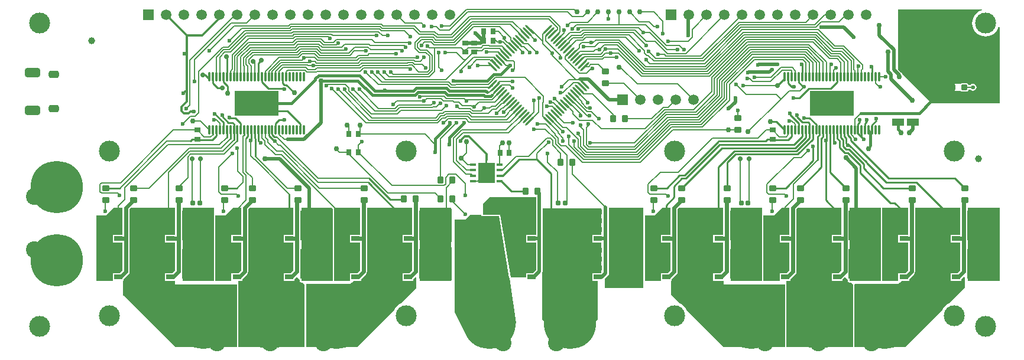
<source format=gbr>
%TF.GenerationSoftware,Altium Limited,Altium Designer,18.1.7 (191)*%
G04 Layer_Physical_Order=1*
G04 Layer_Color=255*
%FSLAX25Y25*%
%MOIN*%
%TF.FileFunction,Copper,L1,Top,Signal*%
%TF.Part,Single*%
G01*
G75*
%TA.AperFunction,SMDPad,CuDef*%
%ADD10C,0.00984*%
%ADD11R,0.06693X0.03937*%
%TA.AperFunction,FiducialPad,Global*%
%ADD12C,0.03937*%
%TA.AperFunction,SMDPad,CuDef*%
%ADD13C,0.03000*%
G04:AMPARAMS|DCode=14|XSize=39.37mil|YSize=35.43mil|CornerRadius=4.43mil|HoleSize=0mil|Usage=FLASHONLY|Rotation=180.000|XOffset=0mil|YOffset=0mil|HoleType=Round|Shape=RoundedRectangle|*
%AMROUNDEDRECTD14*
21,1,0.03937,0.02657,0,0,180.0*
21,1,0.03051,0.03543,0,0,180.0*
1,1,0.00886,-0.01526,0.01329*
1,1,0.00886,0.01526,0.01329*
1,1,0.00886,0.01526,-0.01329*
1,1,0.00886,-0.01526,-0.01329*
%
%ADD14ROUNDEDRECTD14*%
G04:AMPARAMS|DCode=15|XSize=39.37mil|YSize=35.43mil|CornerRadius=4.43mil|HoleSize=0mil|Usage=FLASHONLY|Rotation=270.000|XOffset=0mil|YOffset=0mil|HoleType=Round|Shape=RoundedRectangle|*
%AMROUNDEDRECTD15*
21,1,0.03937,0.02657,0,0,270.0*
21,1,0.03051,0.03543,0,0,270.0*
1,1,0.00886,-0.01329,-0.01526*
1,1,0.00886,-0.01329,0.01526*
1,1,0.00886,0.01329,0.01526*
1,1,0.00886,0.01329,-0.01526*
%
%ADD15ROUNDEDRECTD15*%
%ADD16R,0.03543X0.01181*%
%ADD17R,0.09803X0.11811*%
%ADD18R,0.05906X0.18504*%
%ADD19R,0.04528X0.02756*%
%ADD20R,0.08661X0.16535*%
G04:AMPARAMS|DCode=21|XSize=11.81mil|YSize=70.87mil|CornerRadius=0mil|HoleSize=0mil|Usage=FLASHONLY|Rotation=45.000|XOffset=0mil|YOffset=0mil|HoleType=Round|Shape=Round|*
%AMOVALD21*
21,1,0.05906,0.01181,0.00000,0.00000,135.0*
1,1,0.01181,0.02088,-0.02088*
1,1,0.01181,-0.02088,0.02088*
%
%ADD21OVALD21*%

G04:AMPARAMS|DCode=22|XSize=11.81mil|YSize=70.87mil|CornerRadius=0mil|HoleSize=0mil|Usage=FLASHONLY|Rotation=315.000|XOffset=0mil|YOffset=0mil|HoleType=Round|Shape=Round|*
%AMOVALD22*
21,1,0.05906,0.01181,0.00000,0.00000,45.0*
1,1,0.01181,-0.02088,-0.02088*
1,1,0.01181,0.02088,0.02088*
%
%ADD22OVALD22*%

%ADD23R,0.25000X0.14213*%
%ADD24O,0.01181X0.05512*%
%ADD25R,0.02756X0.03347*%
%ADD26R,0.03347X0.02756*%
G04:AMPARAMS|DCode=27|XSize=23.62mil|YSize=23.62mil|CornerRadius=2.36mil|HoleSize=0mil|Usage=FLASHONLY|Rotation=90.000|XOffset=0mil|YOffset=0mil|HoleType=Round|Shape=RoundedRectangle|*
%AMROUNDEDRECTD27*
21,1,0.02362,0.01890,0,0,90.0*
21,1,0.01890,0.02362,0,0,90.0*
1,1,0.00472,0.00945,0.00945*
1,1,0.00472,0.00945,-0.00945*
1,1,0.00472,-0.00945,-0.00945*
1,1,0.00472,-0.00945,0.00945*
%
%ADD27ROUNDEDRECTD27*%
G04:AMPARAMS|DCode=28|XSize=31.5mil|YSize=31.5mil|CornerRadius=3.94mil|HoleSize=0mil|Usage=FLASHONLY|Rotation=0.000|XOffset=0mil|YOffset=0mil|HoleType=Round|Shape=RoundedRectangle|*
%AMROUNDEDRECTD28*
21,1,0.03150,0.02362,0,0,0.0*
21,1,0.02362,0.03150,0,0,0.0*
1,1,0.00787,0.01181,-0.01181*
1,1,0.00787,-0.01181,-0.01181*
1,1,0.00787,-0.01181,0.01181*
1,1,0.00787,0.01181,0.01181*
%
%ADD28ROUNDEDRECTD28*%
%TA.AperFunction,Conductor*%
%ADD29C,0.00984*%
%ADD30C,0.00600*%
%ADD31C,0.01575*%
%ADD32C,0.00800*%
%ADD33C,0.01181*%
%ADD34C,0.00799*%
%ADD35C,0.01968*%
%ADD36C,0.02362*%
%TA.AperFunction,ComponentPad*%
%ADD37C,0.29528*%
%ADD38C,0.11811*%
G04:AMPARAMS|DCode=39|XSize=51.18mil|YSize=86.61mil|CornerRadius=12.8mil|HoleSize=0mil|Usage=FLASHONLY|Rotation=90.000|XOffset=0mil|YOffset=0mil|HoleType=Round|Shape=RoundedRectangle|*
%AMROUNDEDRECTD39*
21,1,0.05118,0.06102,0,0,90.0*
21,1,0.02559,0.08661,0,0,90.0*
1,1,0.02559,0.03051,0.01280*
1,1,0.02559,0.03051,-0.01280*
1,1,0.02559,-0.03051,-0.01280*
1,1,0.02559,-0.03051,0.01280*
%
%ADD39ROUNDEDRECTD39*%
G04:AMPARAMS|DCode=40|XSize=41.34mil|YSize=57.48mil|CornerRadius=10.34mil|HoleSize=0mil|Usage=FLASHONLY|Rotation=90.000|XOffset=0mil|YOffset=0mil|HoleType=Round|Shape=RoundedRectangle|*
%AMROUNDEDRECTD40*
21,1,0.04134,0.03681,0,0,90.0*
21,1,0.02067,0.05748,0,0,90.0*
1,1,0.02067,0.01841,0.01034*
1,1,0.02067,0.01841,-0.01034*
1,1,0.02067,-0.01841,-0.01034*
1,1,0.02067,-0.01841,0.01034*
%
%ADD40ROUNDEDRECTD40*%
%ADD41C,0.05906*%
%ADD42R,0.05906X0.05906*%
%ADD43C,0.09449*%
%TA.AperFunction,ViaPad*%
%ADD44C,0.02362*%
%ADD45C,0.02953*%
%ADD46C,0.02756*%
%ADD47C,0.03150*%
G36*
X262303Y107874D02*
X261319D01*
Y109843D01*
X262303D01*
Y107874D01*
D02*
G37*
G36*
X289894Y83051D02*
X289895Y83047D01*
X289894Y83042D01*
X289914Y82946D01*
Y67512D01*
X284240D01*
Y63157D01*
X289914D01*
Y61496D01*
X289894Y61398D01*
X289914Y61299D01*
Y47603D01*
X288169Y45858D01*
X284240D01*
Y43307D01*
X275590D01*
X269685Y78740D01*
X259842D01*
X259842Y84646D01*
X263779Y88583D01*
X289894D01*
Y83051D01*
D02*
G37*
G36*
X190489Y82677D02*
Y67512D01*
X185027D01*
Y63158D01*
X190489D01*
Y47493D01*
X188854Y45858D01*
X185027D01*
Y41504D01*
X184596Y41339D01*
X176047D01*
Y82677D01*
X190489Y82677D01*
D02*
G37*
G36*
X242126Y41339D02*
X224409D01*
Y82677D01*
X242126D01*
Y41339D01*
D02*
G37*
G36*
X175197Y82053D02*
Y41339D01*
X157480D01*
Y82677D01*
X174573D01*
X175197Y82053D01*
D02*
G37*
G36*
X123560Y67512D02*
X118098D01*
Y63158D01*
X123560D01*
Y47493D01*
X121925Y45858D01*
X118098D01*
Y41504D01*
X117667Y41339D01*
X109067D01*
Y61232D01*
X109055D01*
Y62784D01*
X109067D01*
Y78347D01*
X114567D01*
X118897Y82677D01*
X123560D01*
Y67512D01*
D02*
G37*
G36*
X108268Y78425D02*
X108252Y78347D01*
Y62843D01*
X108240Y62784D01*
Y61232D01*
X108252Y61173D01*
Y41339D01*
X90551D01*
Y82677D01*
X108268D01*
Y78425D01*
D02*
G37*
G36*
X56630Y67512D02*
X51169D01*
Y63158D01*
X56630D01*
Y47493D01*
X54996Y45858D01*
X51169D01*
Y41504D01*
X50738Y41339D01*
X42126D01*
Y78347D01*
X47244D01*
X47978Y79081D01*
X48278Y79281D01*
X48478Y79581D01*
X51575Y82677D01*
X56630D01*
Y67512D01*
D02*
G37*
G36*
X220016D02*
X214555D01*
Y63158D01*
X220016D01*
Y47493D01*
X218382Y45858D01*
X214555D01*
Y41504D01*
X220681D01*
Y42446D01*
X221979Y43744D01*
X222441Y43553D01*
Y37402D01*
X213641Y28602D01*
X212353Y27913D01*
X211212Y26977D01*
X210276Y25836D01*
X209587Y24548D01*
X188976Y3937D01*
X160264D01*
Y39370D01*
X160424Y39566D01*
X185039D01*
X187192Y41504D01*
X191153D01*
Y42446D01*
X193935Y45228D01*
X193936Y45228D01*
X194373Y45883D01*
X194527Y46656D01*
X194527Y46656D01*
Y65335D01*
Y82677D01*
X220016D01*
Y67512D01*
D02*
G37*
G36*
X153087D02*
X147626D01*
Y63158D01*
X153087D01*
Y47493D01*
X151453Y45858D01*
X147626D01*
Y41504D01*
X153752D01*
Y42447D01*
X155062Y43757D01*
X156287Y42531D01*
Y42114D01*
X156665D01*
Y41339D01*
X156727Y41027D01*
X156904Y40762D01*
X157168Y40586D01*
X157480Y40524D01*
X158295D01*
X159449Y39370D01*
Y3937D01*
X122047D01*
Y39370D01*
Y41504D01*
X124224D01*
Y42446D01*
X127006Y45228D01*
X127006Y45228D01*
X127444Y45883D01*
X127470Y46012D01*
X127598Y46656D01*
X127598Y46656D01*
Y65335D01*
Y82026D01*
X128249Y82677D01*
X153087D01*
Y67512D01*
D02*
G37*
G36*
X86158D02*
X80697D01*
Y63158D01*
X86158D01*
Y47493D01*
X84524Y45858D01*
X80697D01*
Y41504D01*
X86221D01*
Y39370D01*
X121232D01*
Y3937D01*
X86614D01*
X57087Y33464D01*
Y41504D01*
X57295D01*
Y42446D01*
X60077Y45228D01*
X60077Y45228D01*
X60515Y45883D01*
X60540Y46012D01*
X60669Y46656D01*
X60669Y46656D01*
Y65335D01*
Y82026D01*
X61320Y82677D01*
X86158D01*
Y67512D01*
D02*
G37*
G36*
X259090Y78428D02*
X259266Y78164D01*
X259531Y77987D01*
X259842Y77925D01*
X268995D01*
X274787Y43173D01*
X274819Y43086D01*
X274838Y42995D01*
X274875Y42939D01*
X274899Y42876D01*
X274963Y42808D01*
X275014Y42731D01*
X275030Y42720D01*
X278740Y17717D01*
X268898Y2756D01*
X250000Y11811D01*
X244094Y23622D01*
Y75984D01*
X250000D01*
X252756Y78740D01*
X259028D01*
X259090Y78428D01*
D02*
G37*
G36*
X541022Y194882D02*
X541163Y194709D01*
X540987Y194133D01*
X540426Y193963D01*
X539124Y193268D01*
X537984Y192331D01*
X537047Y191190D01*
X536352Y189889D01*
X535923Y188477D01*
X535779Y187008D01*
X535923Y185539D01*
X536352Y184127D01*
X537047Y182825D01*
X537984Y181685D01*
X539124Y180748D01*
X540426Y180053D01*
X541838Y179624D01*
X543307Y179480D01*
X544776Y179624D01*
X546188Y180053D01*
X547490Y180748D01*
X548631Y181685D01*
X549567Y182825D01*
X550262Y184127D01*
X550432Y184687D01*
X551008Y184864D01*
X551181Y184723D01*
X551181Y141732D01*
X512992D01*
X496172Y158553D01*
X496168Y158570D01*
X495774Y159160D01*
X494095Y160839D01*
X494095Y185039D01*
Y194882D01*
X541022Y194882D01*
D02*
G37*
G36*
X365686Y67512D02*
X360224D01*
Y63158D01*
X365686D01*
Y47493D01*
X364051Y45858D01*
X360224D01*
Y41504D01*
X359793Y41339D01*
X351181D01*
Y78347D01*
X356693Y78347D01*
X361023Y82677D01*
X365686D01*
Y67512D01*
D02*
G37*
G36*
X499544Y82677D02*
Y67512D01*
X494082D01*
Y63158D01*
X499544D01*
Y47493D01*
X497910Y45858D01*
X494082D01*
Y41504D01*
X493651Y41339D01*
X485102D01*
Y82677D01*
X499544Y82677D01*
D02*
G37*
G36*
X551181Y41339D02*
X533464D01*
Y82677D01*
X551181D01*
Y41339D01*
D02*
G37*
G36*
X484252D02*
X466535D01*
Y82677D01*
X484252D01*
Y41339D01*
D02*
G37*
G36*
X432615Y67512D02*
X427153D01*
Y63158D01*
X432615D01*
Y47493D01*
X430981Y45858D01*
X427153D01*
Y41504D01*
X426722Y41339D01*
X418122D01*
Y61232D01*
X418110D01*
Y62784D01*
X418122D01*
Y78347D01*
X424016D01*
X428346Y82677D01*
X432615D01*
Y67512D01*
D02*
G37*
G36*
X417323Y78425D02*
X417307Y78347D01*
Y62844D01*
X417295Y62784D01*
Y61232D01*
X417307Y61173D01*
Y41339D01*
X399606D01*
Y82677D01*
X417323D01*
Y78425D01*
D02*
G37*
G36*
X350394Y78485D02*
X350366Y78347D01*
Y41339D01*
X350394Y41200D01*
Y37402D01*
X328740D01*
Y42704D01*
X330419Y44383D01*
X330814Y44973D01*
X330952Y45669D01*
Y65354D01*
Y82677D01*
X350394D01*
Y78485D01*
D02*
G37*
G36*
X529071Y67512D02*
X523610D01*
Y63158D01*
X529071D01*
Y47493D01*
X527437Y45858D01*
X523610D01*
Y41504D01*
X529736D01*
Y42446D01*
X531034Y43744D01*
X531496Y43553D01*
Y37402D01*
X522696Y28602D01*
X521408Y27913D01*
X520267Y26977D01*
X519331Y25836D01*
X518642Y24548D01*
X498031Y3937D01*
X469319D01*
Y39370D01*
X469480Y39566D01*
X494094D01*
X496247Y41504D01*
X500209D01*
Y42446D01*
X502991Y45228D01*
X502991Y45228D01*
X503428Y45883D01*
X503582Y46656D01*
X503582Y46656D01*
Y65335D01*
Y82677D01*
X529071D01*
Y67512D01*
D02*
G37*
G36*
X462142D02*
X456681D01*
Y63158D01*
X462142D01*
Y47493D01*
X460508Y45858D01*
X456681D01*
Y41504D01*
X462807D01*
Y42446D01*
X464117Y43757D01*
X465343Y42531D01*
Y42114D01*
X465721D01*
Y41339D01*
X465782Y41027D01*
X465959Y40762D01*
X466223Y40586D01*
X466535Y40524D01*
X467350D01*
X468504Y39370D01*
Y3937D01*
X431102D01*
Y39370D01*
Y41504D01*
X433280D01*
Y42446D01*
X436062Y45228D01*
X436062Y45228D01*
X436499Y45883D01*
X436525Y46012D01*
X436653Y46656D01*
X436653Y46656D01*
Y65335D01*
Y82026D01*
X437304Y82677D01*
X462142D01*
Y67512D01*
D02*
G37*
G36*
X395213D02*
X389752D01*
Y63158D01*
X395213D01*
Y47493D01*
X393579Y45858D01*
X389752D01*
Y41504D01*
X395669D01*
Y39370D01*
X430288D01*
Y3937D01*
X395669D01*
X375059Y24548D01*
X374370Y25836D01*
X373434Y26977D01*
X372293Y27913D01*
X371004Y28602D01*
X366142Y33464D01*
X366142Y41504D01*
X366350D01*
Y42446D01*
X369132Y45228D01*
X369132Y45228D01*
X369570Y45883D01*
X369596Y46012D01*
X369724Y46656D01*
X369724Y46656D01*
Y65335D01*
Y82026D01*
X370375Y82677D01*
X395213D01*
Y67512D01*
D02*
G37*
G36*
X326772Y67512D02*
X321642D01*
Y63157D01*
X326772D01*
Y45879D01*
X326751Y45858D01*
X321642D01*
Y41504D01*
X324372D01*
X324803Y41339D01*
Y19685D01*
X309055Y3937D01*
X293307Y19685D01*
Y45997D01*
X293412Y46154D01*
X293550Y46850D01*
Y61417D01*
Y65354D01*
Y82284D01*
X326772D01*
Y67512D01*
D02*
G37*
%LPC*%
G36*
X532480Y153185D02*
X530118D01*
X529653Y153092D01*
X529258Y152829D01*
X529210Y152756D01*
X525984D01*
Y148819D01*
X529210D01*
X529258Y148746D01*
X529653Y148483D01*
X530118Y148390D01*
X532480D01*
X532946Y148483D01*
X533340Y148746D01*
X533604Y149141D01*
X533688Y149565D01*
X534656D01*
X534793Y149360D01*
X535448Y148922D01*
X536221Y148768D01*
X536993Y148922D01*
X537648Y149360D01*
X538086Y150015D01*
X538240Y150787D01*
X538086Y151560D01*
X537648Y152215D01*
X536993Y152653D01*
X536221Y152806D01*
X535448Y152653D01*
X534793Y152215D01*
X534656Y152010D01*
X533688D01*
X533604Y152434D01*
X533340Y152829D01*
X532946Y153092D01*
X532480Y153185D01*
D02*
G37*
%LPD*%
D10*
X261811Y109843D02*
D03*
Y107874D02*
D03*
D11*
X502165Y131102D02*
D03*
X493898D02*
D03*
D12*
X539370Y110236D02*
D03*
X39370Y177165D02*
D03*
D13*
X324803Y193307D02*
D03*
X336614D02*
D03*
X330709D02*
D03*
X318898D02*
D03*
X312992D02*
D03*
X342520D02*
D03*
X348425D02*
D03*
D14*
X329134Y152953D02*
D03*
Y159646D02*
D03*
X47244Y93898D02*
D03*
Y87205D02*
D03*
X62992Y93898D02*
D03*
Y87205D02*
D03*
X88582Y93898D02*
D03*
Y87205D02*
D03*
X114173Y93898D02*
D03*
Y87205D02*
D03*
X129921Y93898D02*
D03*
Y87205D02*
D03*
X155512Y93898D02*
D03*
Y87205D02*
D03*
X192913Y93898D02*
D03*
Y87205D02*
D03*
X403543Y126575D02*
D03*
Y133268D02*
D03*
X356299Y93898D02*
D03*
Y87205D02*
D03*
X372047Y87204D02*
D03*
Y93897D02*
D03*
X501968Y87204D02*
D03*
Y93897D02*
D03*
X464567Y87204D02*
D03*
Y93898D02*
D03*
X531496Y87204D02*
D03*
Y93897D02*
D03*
X438976Y87204D02*
D03*
Y93897D02*
D03*
X397638Y87204D02*
D03*
Y93898D02*
D03*
X423228Y93898D02*
D03*
Y87205D02*
D03*
D15*
X339961Y133071D02*
D03*
X333268D02*
D03*
X215157Y87795D02*
D03*
X221850D02*
D03*
X236023Y98425D02*
D03*
X242717D02*
D03*
X236024Y87795D02*
D03*
X242717D02*
D03*
X284055Y92126D02*
D03*
X290748D02*
D03*
X303740Y108268D02*
D03*
X310433D02*
D03*
D16*
X269272Y103937D02*
D03*
Y107087D02*
D03*
Y100787D02*
D03*
Y97638D02*
D03*
X254350Y107087D02*
D03*
Y100787D02*
D03*
Y103937D02*
D03*
Y97638D02*
D03*
D17*
X261811Y102362D02*
D03*
D18*
X239173Y51181D02*
D03*
X105315Y51181D02*
D03*
X75787Y72835D02*
D03*
X142717Y51181D02*
D03*
X172244Y51181D02*
D03*
X209646Y51181D02*
D03*
X239173Y72835D02*
D03*
X142717D02*
D03*
X209646D02*
D03*
X172244D02*
D03*
X75787Y51181D02*
D03*
X105315Y72835D02*
D03*
X481299Y51181D02*
D03*
X481299Y72835D02*
D03*
X518701D02*
D03*
X414370Y51181D02*
D03*
X384842Y51181D02*
D03*
X518701D02*
D03*
X414370Y72835D02*
D03*
X384842D02*
D03*
X346260Y72834D02*
D03*
X346260Y51181D02*
D03*
X308858Y72834D02*
D03*
X548228Y51181D02*
D03*
X451772Y51181D02*
D03*
Y72835D02*
D03*
X308858Y51181D02*
D03*
X548228Y72835D02*
D03*
D19*
X217618Y53681D02*
D03*
Y58681D02*
D03*
Y48681D02*
D03*
Y43681D02*
D03*
X83760Y53681D02*
D03*
Y58681D02*
D03*
Y48681D02*
D03*
Y43681D02*
D03*
X54232Y75335D02*
D03*
Y80335D02*
D03*
Y70335D02*
D03*
Y65335D02*
D03*
X121161Y53681D02*
D03*
Y58681D02*
D03*
Y48681D02*
D03*
Y43681D02*
D03*
X150689Y53681D02*
D03*
Y58681D02*
D03*
Y48681D02*
D03*
Y43681D02*
D03*
X188090Y53681D02*
D03*
Y58681D02*
D03*
Y48681D02*
D03*
Y43681D02*
D03*
X217618Y75335D02*
D03*
Y80335D02*
D03*
Y70335D02*
D03*
Y65335D02*
D03*
X121161Y75335D02*
D03*
Y80335D02*
D03*
Y70335D02*
D03*
Y65335D02*
D03*
X188090Y75335D02*
D03*
Y80335D02*
D03*
Y70335D02*
D03*
Y65335D02*
D03*
X150689Y75335D02*
D03*
Y80335D02*
D03*
Y70335D02*
D03*
Y65335D02*
D03*
X54232Y53681D02*
D03*
Y58681D02*
D03*
Y48681D02*
D03*
Y43681D02*
D03*
X83760Y75335D02*
D03*
Y80335D02*
D03*
Y70335D02*
D03*
Y65335D02*
D03*
X459744Y53681D02*
D03*
Y58681D02*
D03*
Y48681D02*
D03*
Y43681D02*
D03*
X459744Y75335D02*
D03*
Y80335D02*
D03*
Y70335D02*
D03*
Y65335D02*
D03*
X497146Y75335D02*
D03*
Y80335D02*
D03*
Y70335D02*
D03*
Y65335D02*
D03*
X392815Y53681D02*
D03*
Y58681D02*
D03*
Y48681D02*
D03*
Y43681D02*
D03*
X363287Y53681D02*
D03*
Y58681D02*
D03*
Y48681D02*
D03*
Y43681D02*
D03*
X497146Y53681D02*
D03*
Y58681D02*
D03*
Y48681D02*
D03*
Y43681D02*
D03*
X392815Y75335D02*
D03*
Y80335D02*
D03*
Y70335D02*
D03*
Y65335D02*
D03*
X363287Y75335D02*
D03*
Y80335D02*
D03*
Y70335D02*
D03*
Y65335D02*
D03*
X324705Y75335D02*
D03*
Y80335D02*
D03*
Y70335D02*
D03*
Y65334D02*
D03*
X324705Y53681D02*
D03*
Y58681D02*
D03*
Y48681D02*
D03*
Y43681D02*
D03*
X287303Y75335D02*
D03*
Y80335D02*
D03*
Y70335D02*
D03*
Y65334D02*
D03*
X526673Y53681D02*
D03*
Y58681D02*
D03*
Y48681D02*
D03*
Y43681D02*
D03*
X430217Y53681D02*
D03*
Y58681D02*
D03*
Y48681D02*
D03*
Y43681D02*
D03*
Y75335D02*
D03*
Y80335D02*
D03*
Y70335D02*
D03*
Y65335D02*
D03*
X287303Y53681D02*
D03*
Y58681D02*
D03*
Y48681D02*
D03*
Y43681D02*
D03*
X526673Y75335D02*
D03*
Y80335D02*
D03*
Y70335D02*
D03*
Y65335D02*
D03*
D20*
X233661Y51181D02*
D03*
X228346D02*
D03*
X99803Y51181D02*
D03*
X94488D02*
D03*
X70275Y72835D02*
D03*
X64960D02*
D03*
X137205Y51181D02*
D03*
X131890D02*
D03*
X166732Y51181D02*
D03*
X161417D02*
D03*
X204134Y51181D02*
D03*
X198819D02*
D03*
X233661Y72835D02*
D03*
X228346D02*
D03*
X137205D02*
D03*
X131890D02*
D03*
X204134D02*
D03*
X198819D02*
D03*
X166732D02*
D03*
X161417D02*
D03*
X70275Y51181D02*
D03*
X64960D02*
D03*
X99803Y72835D02*
D03*
X94488D02*
D03*
X475787Y51181D02*
D03*
X470472D02*
D03*
X475787Y72835D02*
D03*
X470472D02*
D03*
X513189D02*
D03*
X507874D02*
D03*
X408858Y51181D02*
D03*
X403543D02*
D03*
X379331Y51181D02*
D03*
X374016D02*
D03*
X513189D02*
D03*
X507874D02*
D03*
X408858Y72835D02*
D03*
X403543D02*
D03*
X379331D02*
D03*
X374016D02*
D03*
X340748Y72834D02*
D03*
X335433D02*
D03*
X340748Y51181D02*
D03*
X335433D02*
D03*
X303346Y72834D02*
D03*
X298031D02*
D03*
X542717Y51181D02*
D03*
X537401D02*
D03*
X446260Y51181D02*
D03*
X440945D02*
D03*
X446260Y72835D02*
D03*
X440945D02*
D03*
X303346Y51181D02*
D03*
X298031D02*
D03*
X542717Y72835D02*
D03*
X537401D02*
D03*
D21*
X308877Y144118D02*
D03*
X306093Y141334D02*
D03*
X296350Y131590D02*
D03*
X299133Y134374D02*
D03*
X317229Y152469D02*
D03*
X314445Y149685D02*
D03*
X315837Y151077D02*
D03*
X273800Y170843D02*
D03*
X272408Y169451D02*
D03*
X277976Y175019D02*
D03*
X266840Y163883D02*
D03*
X265448Y162491D02*
D03*
X271016Y168059D02*
D03*
X268232Y165275D02*
D03*
X269624Y166667D02*
D03*
X283544Y180587D02*
D03*
X286328Y183370D02*
D03*
X284936Y181978D02*
D03*
X282152Y179195D02*
D03*
X279368Y176411D02*
D03*
X280760Y177803D02*
D03*
X307485Y142726D02*
D03*
X297742Y132982D02*
D03*
X310269Y145510D02*
D03*
X300525Y135766D02*
D03*
X304701Y139942D02*
D03*
X303309Y138550D02*
D03*
X301917Y137158D02*
D03*
X313053Y148294D02*
D03*
X311661Y146902D02*
D03*
X275192Y172235D02*
D03*
X276584Y173627D02*
D03*
D22*
X286328Y131590D02*
D03*
X284936Y132982D02*
D03*
X283544Y134374D02*
D03*
X282152Y135766D02*
D03*
X280760Y137158D02*
D03*
X279368Y138550D02*
D03*
X277976Y139942D02*
D03*
X276584Y141334D02*
D03*
X275192Y142726D02*
D03*
X273800Y144118D02*
D03*
X272408Y145510D02*
D03*
X271016Y146902D02*
D03*
X269624Y148293D02*
D03*
X268232Y149685D02*
D03*
X266840Y151077D02*
D03*
X265448Y152469D02*
D03*
X317229Y162491D02*
D03*
X307485Y172235D02*
D03*
X306093Y173627D02*
D03*
X304701Y175019D02*
D03*
X303309Y176410D02*
D03*
X301917Y177803D02*
D03*
X300525Y179195D02*
D03*
X299133Y180587D02*
D03*
X297742Y181978D02*
D03*
X296350Y183370D02*
D03*
X315837Y163883D02*
D03*
X311661Y168059D02*
D03*
X310269Y169451D02*
D03*
X308877Y170843D02*
D03*
X313053Y166667D02*
D03*
X314445Y165275D02*
D03*
D23*
X456693Y141732D02*
D03*
X132283D02*
D03*
D24*
X430118Y126772D02*
D03*
X432087D02*
D03*
X434055D02*
D03*
X436024D02*
D03*
X437992D02*
D03*
X439960D02*
D03*
X441929D02*
D03*
X443898D02*
D03*
X445866D02*
D03*
X447835D02*
D03*
X449803D02*
D03*
X451772D02*
D03*
X453740D02*
D03*
X455709D02*
D03*
X457677D02*
D03*
X459646D02*
D03*
X461614D02*
D03*
X463583D02*
D03*
X465551D02*
D03*
X467520D02*
D03*
X469488D02*
D03*
X471457D02*
D03*
X473425D02*
D03*
X475394D02*
D03*
X477362D02*
D03*
X479331D02*
D03*
X481299D02*
D03*
X483268D02*
D03*
X430118Y156693D02*
D03*
X432087D02*
D03*
X434055D02*
D03*
X436024D02*
D03*
X437992D02*
D03*
X439960D02*
D03*
X441929D02*
D03*
X443898D02*
D03*
X445866D02*
D03*
X447835D02*
D03*
X449803D02*
D03*
X451772D02*
D03*
X453740D02*
D03*
X455709D02*
D03*
X457677D02*
D03*
X459646D02*
D03*
X461614D02*
D03*
X463583D02*
D03*
X465551D02*
D03*
X467520D02*
D03*
X469488D02*
D03*
X471457D02*
D03*
X473425D02*
D03*
X475394D02*
D03*
X477362D02*
D03*
X479331D02*
D03*
X481299D02*
D03*
X483268D02*
D03*
X105709Y126772D02*
D03*
X107677D02*
D03*
X109646D02*
D03*
X111614D02*
D03*
X113583D02*
D03*
X115551D02*
D03*
X117520D02*
D03*
X119488D02*
D03*
X121457D02*
D03*
X123425D02*
D03*
X125394D02*
D03*
X127362D02*
D03*
X129331D02*
D03*
X131299D02*
D03*
X133268D02*
D03*
X135236D02*
D03*
X137205D02*
D03*
X139173D02*
D03*
X141142D02*
D03*
X143110D02*
D03*
X145079D02*
D03*
X147047D02*
D03*
X149016D02*
D03*
X150984D02*
D03*
X152953D02*
D03*
X154921D02*
D03*
X156890D02*
D03*
X158858D02*
D03*
X105709Y156693D02*
D03*
X107677D02*
D03*
X109646D02*
D03*
X111614D02*
D03*
X113583D02*
D03*
X115551D02*
D03*
X129331D02*
D03*
X131299D02*
D03*
X133268D02*
D03*
X135236D02*
D03*
X137205D02*
D03*
X147047D02*
D03*
X150984D02*
D03*
X152953D02*
D03*
X154921D02*
D03*
X156890D02*
D03*
X158858D02*
D03*
X127362D02*
D03*
X121457D02*
D03*
X119488D02*
D03*
X117520D02*
D03*
X123425D02*
D03*
X125394D02*
D03*
X141142D02*
D03*
X139173D02*
D03*
X143110D02*
D03*
X145079D02*
D03*
X149016D02*
D03*
D25*
X265551Y182283D02*
D03*
X260433D02*
D03*
X265551Y177165D02*
D03*
X260433D02*
D03*
X269488Y113779D02*
D03*
X274606D02*
D03*
X184449Y114173D02*
D03*
X189567D02*
D03*
Y124409D02*
D03*
X184449D02*
D03*
D26*
X423228Y121457D02*
D03*
Y126575D02*
D03*
X255118Y170669D02*
D03*
Y175787D02*
D03*
X250000Y170669D02*
D03*
Y175787D02*
D03*
X98819Y121457D02*
D03*
Y126575D02*
D03*
D27*
X405512Y85433D02*
D03*
X409449D02*
D03*
X96457D02*
D03*
X100394D02*
D03*
X306299D02*
D03*
X302362D02*
D03*
D28*
X524606Y150787D02*
D03*
X531299D02*
D03*
D29*
X143110Y137401D02*
Y141732D01*
X119488Y121063D02*
Y130118D01*
X121457Y120275D02*
Y126772D01*
X108661Y135827D02*
X113496Y130992D01*
X112992Y134299D02*
Y135039D01*
X116929Y133205D02*
Y133858D01*
X110280Y150393D02*
X112992D01*
X113669Y153748D02*
X116142Y151275D01*
Y147244D02*
Y151275D01*
X113669Y153748D02*
Y156693D01*
X107677Y152996D02*
X110280Y150393D01*
X107677Y152996D02*
Y156693D01*
X116929Y133205D02*
X116929Y133205D01*
X117059Y133335D01*
X120371D01*
X113496Y126772D02*
Y130992D01*
X116472Y130819D02*
X118787D01*
X112992Y134299D02*
X116472Y130819D01*
X149102Y152079D02*
X153543Y147638D01*
X147965Y152079D02*
X149102D01*
X363287Y84153D02*
X367717Y88583D01*
X363287Y80335D02*
Y84153D01*
X367717Y88583D02*
Y94874D01*
X363583Y93898D02*
X370756Y101071D01*
X356299Y93898D02*
X363583D01*
X367717Y94874D02*
X372130Y99287D01*
X489764Y85346D02*
X492134D01*
X472748Y102362D02*
X489764Y85346D01*
X492134D02*
X497146Y80335D01*
X488575Y99266D02*
X526127D01*
X467212Y120629D02*
X488575Y99266D01*
X467212Y120629D02*
Y121960D01*
X465551Y123620D02*
X467212Y121960D01*
X465551Y123620D02*
Y126772D01*
X464700Y119157D02*
X465747Y118110D01*
X466439D01*
X462916Y117444D02*
Y121211D01*
Y117444D02*
X464786Y115575D01*
X466452D01*
X474531Y107495D01*
X461133Y116705D02*
Y120472D01*
Y116705D02*
X464047Y113791D01*
X465713D01*
X472748Y106757D01*
X459646Y121959D02*
X461133Y120472D01*
X459646Y121959D02*
Y126772D01*
X457677Y119881D02*
Y126772D01*
Y119881D02*
X458267Y119291D01*
X463583Y123066D02*
X464700Y121949D01*
X463583Y123066D02*
Y126772D01*
X464700Y119157D02*
Y121949D01*
X461614Y122513D02*
Y126772D01*
Y122513D02*
X462916Y121211D01*
X455709Y102756D02*
Y126772D01*
Y102756D02*
X464567Y93898D01*
X453149Y86930D02*
Y120866D01*
Y86930D02*
X459744Y80335D01*
X453740Y121457D02*
Y126772D01*
X453149Y120866D02*
X453740Y121457D01*
X450676Y105598D02*
Y121936D01*
X450874Y122134D01*
X438976Y93898D02*
X450676Y105598D01*
X448732Y109596D02*
Y122843D01*
X472748Y102362D02*
Y106757D01*
X448732Y122843D02*
X449803Y123913D01*
X466439Y118110D02*
X476315Y108234D01*
X474531Y104973D02*
Y107495D01*
Y104973D02*
X485607Y93898D01*
X501968D01*
X476315Y107937D02*
Y108234D01*
Y107937D02*
X487291Y96961D01*
X446063Y109449D02*
Y117323D01*
X473425Y122638D02*
X474803Y121260D01*
X477953Y116929D02*
Y126181D01*
Y116929D02*
X478740Y117717D01*
Y126181D01*
X487291Y96961D02*
X504213D01*
X402276Y112906D02*
X437357D01*
X401600Y114752D02*
X436682D01*
X394685Y116535D02*
X435943D01*
X435204Y118319D02*
X439960Y123075D01*
X393274Y118319D02*
X435204D01*
X439960Y123075D02*
Y126772D01*
X101969Y157874D02*
X103149D01*
X115354Y168110D02*
X115551Y167914D01*
X195686Y99266D02*
X207649Y87303D01*
X195157Y96961D02*
X211783Y80335D01*
X280352Y110039D02*
X290449D01*
X271100Y100787D02*
X280352Y110039D01*
X275984Y92126D02*
X284055D01*
X270472Y97638D02*
X275984Y92126D01*
X105512Y155512D02*
X105709Y155709D01*
X115551Y156693D02*
Y167914D01*
X144926Y132283D02*
X148031D01*
X143110Y137401D02*
X149606D01*
X147047Y152996D02*
X147965Y152079D01*
X147047Y152996D02*
Y156693D01*
X211783Y80335D02*
X217618D01*
X207649Y87303D02*
X215846D01*
X135236Y153740D02*
Y156693D01*
X114173Y93898D02*
X121457D01*
X450874Y122134D02*
X451771Y123031D01*
Y126772D01*
X449803Y123913D02*
Y126772D01*
X422047Y131496D02*
X425394D01*
X430118Y126772D01*
X479417Y129717D02*
X481496Y131795D01*
X476378Y131265D02*
Y132283D01*
X475393Y130281D02*
X476378Y131265D01*
X475393Y126772D02*
Y130281D01*
X471456Y130119D02*
X472440Y131102D01*
X433071Y135320D02*
Y136221D01*
X437007Y133906D02*
Y135039D01*
X447835Y126772D02*
X447921Y126858D01*
Y127559D01*
X447835Y127472D02*
X447921Y127559D01*
X447835Y127472D02*
Y129630D01*
X113583Y156693D02*
X113669D01*
X143110Y130468D02*
X144926Y132283D01*
X143110Y126772D02*
Y130468D01*
X479331Y156693D02*
Y162106D01*
X120371Y133335D02*
X123425Y130280D01*
Y126772D02*
Y130280D01*
X113496Y126772D02*
X113583D01*
X392519Y80630D02*
Y105672D01*
X437357Y112906D02*
X445866Y121414D01*
X479331Y126772D02*
X479417D01*
X473425Y122638D02*
Y126772D01*
X477362D02*
X477953Y126181D01*
X478740Y126181D02*
X479331Y126772D01*
X504213Y96961D02*
X520838Y80335D01*
X526127Y99266D02*
X531496Y93898D01*
X520838Y80335D02*
X526673D01*
X463583Y126772D02*
X463669Y126685D01*
X423228Y121260D02*
X423547Y120941D01*
X433968Y126772D02*
X434055D01*
X392519Y80630D02*
X392815Y80335D01*
X445866Y121414D02*
Y126772D01*
X436682Y114752D02*
X443897Y121968D01*
Y126772D01*
X435943Y116535D02*
X441929Y122521D01*
Y126772D01*
X431921Y120941D02*
X433968Y122988D01*
X430118Y155709D02*
Y156693D01*
X459646Y153740D02*
Y156693D01*
X423547Y120941D02*
X431921D01*
X423228Y93898D02*
X430512D01*
X446063Y109449D01*
X94833Y120264D02*
X95829Y121260D01*
X98819D01*
X125307Y126685D02*
X125394Y126772D01*
X105709Y155709D02*
Y156693D01*
X109559Y126772D02*
X109646D01*
X98819Y121260D02*
X99138Y120941D01*
X156890Y126772D02*
Y130118D01*
X149606Y137401D02*
X156890Y130118D01*
X420239Y121260D02*
X423228D01*
X419243Y120264D02*
X420239Y121260D01*
X433968Y122988D02*
Y126772D01*
X479417D02*
Y129717D01*
X479134Y162303D02*
X479331Y162106D01*
X472440Y131102D02*
Y132283D01*
X443373Y130992D02*
X443898Y130468D01*
Y126772D02*
Y130468D01*
X433071Y135320D02*
X437992Y130399D01*
Y126772D02*
Y130399D01*
X437007Y133906D02*
X439921Y130992D01*
X443373D01*
X440945Y133465D02*
X441075Y133335D01*
X444130D01*
X447835Y129630D01*
X456035Y150130D02*
X459646Y153740D01*
X432087Y152996D02*
Y156693D01*
Y152996D02*
X433902Y151181D01*
X269272Y100787D02*
X271100D01*
X269272Y97638D02*
X270472D01*
X277903Y107590D02*
X280352Y110039D01*
X281102D01*
X290449Y109937D02*
X298228Y102157D01*
Y72834D02*
Y102157D01*
X477165Y116142D02*
X477362Y116339D01*
X471456Y124607D02*
Y130119D01*
Y124607D02*
X473425Y122638D01*
X397638Y93898D02*
Y108268D01*
X402276Y112906D01*
X392519Y105672D02*
X401600Y114752D01*
X439764Y163779D02*
X439960Y163583D01*
Y156693D02*
Y163583D01*
X392520Y120264D02*
X419243D01*
X392520Y120087D02*
Y120264D01*
X135236Y153740D02*
X138847Y150130D01*
X147508D01*
X148031Y149606D01*
X133268Y156693D02*
Y164370D01*
X135039Y166142D01*
X103149Y157874D02*
X105512Y155512D01*
X435039Y144882D02*
X438410D01*
X443658Y150130D01*
X456035D01*
X437992Y153578D02*
Y156693D01*
Y153578D02*
X440389Y151181D01*
X440945D01*
X433902Y151181D02*
X435433D01*
X425984Y151575D02*
X430118Y155709D01*
X372047Y93898D02*
X394685Y116535D01*
X372130Y99287D02*
X374243D01*
X393274Y118319D01*
X370756Y101071D02*
X373504D01*
X392520Y120087D01*
X47244Y93898D02*
X55315D01*
X125307Y123827D02*
Y126685D01*
X131299Y122197D02*
Y126772D01*
X127362Y123031D02*
Y126772D01*
X126464Y122134D02*
X127362Y123031D01*
X99138Y120941D02*
X107161D01*
X109559Y123338D01*
Y126772D01*
X115551Y122404D02*
Y126772D01*
X117520Y121850D02*
Y126772D01*
X83464Y80630D02*
X83760Y80335D01*
X118787Y130819D02*
X119488Y130118D01*
X129331Y121063D02*
Y126772D01*
X129134Y120866D02*
X129331Y121063D01*
X142331Y122724D02*
X143558D01*
X150689Y80335D02*
Y90510D01*
X131803Y111657D02*
Y119612D01*
X131299Y122197D02*
X131606Y121890D01*
X131590Y119825D02*
X131803Y119612D01*
X131589Y119825D02*
X131590D01*
X131589D02*
X131606Y119842D01*
Y121890D01*
X133268Y122751D02*
Y126772D01*
Y122751D02*
X133390Y122629D01*
Y120547D02*
Y122629D01*
Y120547D02*
X134646Y119291D01*
X141142Y123913D02*
Y126772D01*
Y123913D02*
X142331Y122724D01*
X139173Y123360D02*
X142281Y120252D01*
X139173Y123360D02*
Y126772D01*
D30*
X422835Y86811D02*
X423228Y87205D01*
X422835Y80709D02*
Y86811D01*
X355906D02*
X356299Y87205D01*
X355906Y80709D02*
Y86811D01*
X113779D02*
X114173Y87205D01*
X113779Y80709D02*
Y86811D01*
X46850Y80709D02*
Y86811D01*
X229839Y160866D02*
Y168292D01*
X227795Y170336D02*
X229839Y168292D01*
X99524Y136457D02*
Y154882D01*
X97533Y134465D02*
X99524Y136457D01*
X99491Y154915D02*
X99524Y154882D01*
X99491Y154915D02*
Y159708D01*
X95095Y134465D02*
X97533D01*
X99491Y159708D02*
X113169Y173386D01*
X226696Y142913D02*
X228189Y144406D01*
X226696Y142913D02*
X226772D01*
X211417D02*
X226696D01*
X228189Y144406D02*
X236377D01*
X224939Y145805D02*
X237935D01*
X200846Y152304D02*
X240130D01*
X202990Y153703D02*
X240710D01*
X205134Y155102D02*
X239039D01*
X229662Y156732D02*
X232677Y159747D01*
X207048Y156732D02*
X229662D01*
X229083Y158131D02*
X231238Y160287D01*
X209192Y158131D02*
X229083D01*
X228503Y159530D02*
X229839Y160866D01*
X223616Y159530D02*
X228503D01*
X219842Y163304D02*
X223616Y159530D01*
X224410Y145276D02*
X224939Y145805D01*
X200787Y159449D02*
X205134Y155102D01*
X239039D02*
X250472Y166535D01*
X207874Y159449D02*
X209192Y158131D01*
X197244Y159449D02*
X202990Y153703D01*
X240710D02*
X242363Y152050D01*
X193701Y159449D02*
X200846Y152304D01*
X240130D02*
X241783Y150651D01*
X237935Y145805D02*
X239237Y144504D01*
X212362Y140633D02*
X230790D01*
X212941Y139234D02*
X231370D01*
X213521Y137835D02*
X236653D01*
X211553Y135866D02*
X213521Y137835D01*
X197129Y135866D02*
X211553D01*
X236653Y137835D02*
X239370Y140551D01*
X210973Y137265D02*
X212941Y139234D01*
X198954Y137265D02*
X210973D01*
X231370Y139234D02*
X231981Y139845D01*
X233621D01*
X235508Y141732D01*
X235826D01*
X210393Y138665D02*
X212362Y140633D01*
X230790D02*
X232283Y142126D01*
X201099Y138665D02*
X210393D01*
X184334Y148661D02*
X197129Y135866D01*
X186614Y149606D02*
X198954Y137265D01*
X190157Y149606D02*
X201099Y138665D01*
X209449Y140945D02*
X211417Y142913D01*
X236377Y144406D02*
X237678Y143105D01*
X243027D01*
X243694Y142438D01*
X239237Y144504D02*
X249197D01*
X241783Y150651D02*
X244831D01*
X242363Y152050D02*
X244252D01*
X244645Y152444D01*
X263033D01*
X249197Y144504D02*
X250787Y142913D01*
X204331Y159449D02*
X207048Y156732D01*
X232677Y159747D02*
Y173146D01*
X228374Y171735D02*
X231238Y168871D01*
Y160287D02*
Y168871D01*
X218192Y161729D02*
X218898Y161024D01*
X217953Y163304D02*
X219842D01*
X217777Y163128D02*
X217953Y163304D01*
X192177Y163128D02*
X217777D01*
X221303Y163822D02*
X225547D01*
X220422Y164703D02*
X221303Y163822D01*
X217373Y164703D02*
X220422D01*
X217198Y164527D02*
X217373Y164703D01*
X191597Y164527D02*
X217198D01*
X221668Y165436D02*
X224491D01*
X221001Y166102D02*
X221668Y165436D01*
X216794Y166102D02*
X221001D01*
X216618Y165927D02*
X216794Y166102D01*
X191018Y165927D02*
X216618D01*
X222620Y167502D02*
X222834Y167716D01*
X221517Y172885D02*
X224067Y170336D01*
X227795D01*
X222917Y173465D02*
X224646Y171735D01*
X228374D01*
X216214Y167502D02*
X222620D01*
X216039Y167326D02*
X216214Y167502D01*
X190438Y167326D02*
X216039D01*
X225547Y163822D02*
X227559Y161811D01*
X235039Y162205D02*
Y170472D01*
Y162205D02*
X236614Y160630D01*
X215576Y174328D02*
X216409Y173495D01*
X213468Y171965D02*
X214173Y171260D01*
X195744Y169685D02*
X211023D01*
X192756Y161729D02*
X218192D01*
X199056Y176066D02*
X218309D01*
X224491Y165436D02*
X226772Y167717D01*
X225197Y174409D02*
X227083Y176296D01*
X222917Y175354D02*
X225257Y177695D01*
X222917Y173465D02*
Y175354D01*
X221517Y175934D02*
X224678Y179094D01*
X221517Y172885D02*
Y175934D01*
X237795Y130709D02*
X237922D01*
X240202Y132989D01*
X238478Y133243D02*
X239622Y134388D01*
X236913Y133243D02*
X238478D01*
X237898Y134643D02*
X239043Y135787D01*
X236334Y134643D02*
X237898D01*
X237318Y136042D02*
X238463Y137186D01*
X235754Y136042D02*
X237318D01*
X233259Y133546D02*
X235754Y136042D01*
X238463Y137186D02*
X252492D01*
X197470Y133546D02*
X233259D01*
X181889Y149127D02*
X197470Y133546D01*
X233838Y132147D02*
X236334Y134643D01*
X239043Y135787D02*
X251912D01*
X195806Y132147D02*
X233838D01*
X178347Y149606D02*
X195806Y132147D01*
X234418Y130748D02*
X236913Y133243D01*
X239622Y134388D02*
X251333D01*
X193980Y130748D02*
X234418D01*
X174803Y149925D02*
X193980Y130748D01*
X240202Y132989D02*
X250157D01*
X263033Y152444D02*
X266836Y156247D01*
X244831Y150651D02*
X244885Y150706D01*
X262626D01*
X236614Y160236D02*
Y160630D01*
X238583Y170472D02*
X244882D01*
X245276Y140157D02*
X246550Y138883D01*
X243694Y142438D02*
X246220D01*
X232677Y173146D02*
X247523D01*
X244364Y174758D02*
X254663Y185056D01*
X232192Y174758D02*
X244364D01*
X243785Y176157D02*
X254083Y186455D01*
X232772Y176157D02*
X243785D01*
X243205Y177556D02*
X253504Y187854D01*
X233351Y177556D02*
X243205D01*
X242626Y178955D02*
X252924Y189253D01*
X233931Y178955D02*
X242626D01*
X242046Y180354D02*
X252344Y190653D01*
X234510Y180354D02*
X242046D01*
X232718Y182147D02*
X234510Y180354D01*
X228740Y174015D02*
X229609Y173146D01*
X227083Y176296D02*
X230654D01*
X225257Y177695D02*
X231234D01*
X224678Y179094D02*
X231813D01*
X223966Y180748D02*
X232138D01*
X220637Y184076D02*
X223966Y180748D01*
X224546Y182147D02*
X232718D01*
X221217Y185476D02*
X224546Y182147D01*
X231102Y185039D02*
X233783D01*
X218309Y176066D02*
X218644Y175731D01*
X231234Y177695D02*
X232772Y176157D01*
X231813Y179094D02*
X233351Y177556D01*
X232138Y180748D02*
X233931Y178955D01*
X244882Y170472D02*
X248819Y166535D01*
X230654Y176296D02*
X232192Y174758D01*
X247523Y173146D02*
X250000Y170669D01*
X246220Y142438D02*
X248376Y140282D01*
X246550Y138883D02*
X252774D01*
X248376Y140282D02*
X253354D01*
X253651Y139985D01*
X254897D01*
X255118Y139764D01*
X252774Y138883D02*
X254174Y137484D01*
X252492Y137186D02*
X253594Y136084D01*
X251912Y135787D02*
X253759Y133940D01*
X251333Y134388D02*
X253180Y132541D01*
X250157Y132989D02*
X252004Y131142D01*
X250787Y142913D02*
X251645Y143771D01*
X272204Y133940D02*
X273934Y135670D01*
X253759Y133940D02*
X272204D01*
X273454Y132541D02*
X277122Y136209D01*
X253180Y132541D02*
X273454D01*
X275138Y131142D02*
X280365Y136369D01*
X252004Y131142D02*
X275138D01*
X90551Y129921D02*
X95095Y134465D01*
X90551Y129921D02*
X90626D01*
X265102Y143771D02*
X269624Y148293D01*
X251645Y143771D02*
X265102D01*
X266486Y142372D02*
X270916Y146801D01*
X257726Y142372D02*
X266486D01*
X255118Y139764D02*
X257726Y142372D01*
X262722Y150609D02*
X263982D01*
X262626Y150706D02*
X262722Y150609D01*
X263982D02*
X265220Y151847D01*
X190719Y159692D02*
X192756Y161729D01*
X166217Y159692D02*
X190719D01*
X190679Y161631D02*
X192177Y163128D01*
X166177Y161631D02*
X190679D01*
X190117Y163047D02*
X191597Y164527D01*
X164368Y163047D02*
X190117D01*
X189654Y164563D02*
X191018Y165927D01*
X166077Y164563D02*
X189654D01*
X189075Y165963D02*
X190438Y167326D01*
X166790Y165963D02*
X189075D01*
X194957Y168898D02*
X195744Y169685D01*
X189725Y168898D02*
X194957D01*
X188189Y167362D02*
X189725Y168898D01*
X167369Y167362D02*
X188189D01*
X187402Y171260D02*
X194095D01*
X195039Y173540D02*
X196614Y171965D01*
X187703Y173540D02*
X195039D01*
X196230Y174328D02*
X215576D01*
X195619Y174939D02*
X196230Y174328D01*
X181951Y174939D02*
X195619D01*
X184903Y168761D02*
X187402Y171260D01*
X167949Y168761D02*
X184903D01*
X184323Y170160D02*
X187703Y173540D01*
X168528Y170160D02*
X184323D01*
X177402Y177871D02*
X197251D01*
X175271Y179921D02*
X200000D01*
X152900Y182202D02*
X200944D01*
X152320Y183601D02*
X201524D01*
X151741Y185000D02*
X202104D01*
X151161Y186399D02*
X202683D01*
X165892Y159367D02*
X166217Y159692D01*
X165286Y165354D02*
X166077Y164563D01*
X165118Y167635D02*
X166790Y165963D01*
X160739Y159367D02*
X165892D01*
X165313Y160767D02*
X166177Y161631D01*
X161318Y160767D02*
X165313D01*
X159558Y160548D02*
X160739Y159367D01*
X160138Y161947D02*
X161318Y160767D01*
X196614Y171965D02*
X213468D01*
X180279Y173267D02*
X181951Y174939D01*
X162205Y165354D02*
X165286D01*
X165128Y169603D02*
X167369Y167362D01*
X166287Y172402D02*
X168528Y170160D01*
X203225Y179921D02*
X206299D01*
X200944Y182202D02*
X203225Y179921D01*
X174396Y180797D02*
X175271Y179921D01*
X151937Y181239D02*
X152900Y182202D01*
X151357Y182638D02*
X152320Y183601D01*
X150817Y184076D02*
X151741Y185000D01*
X150238Y185476D02*
X151161Y186399D01*
X202487Y182638D02*
X215787D01*
X203607Y185476D02*
X221217D01*
X202683Y186399D02*
X203607Y185476D01*
X203027Y184076D02*
X220637D01*
X202104Y185000D02*
X203027Y184076D01*
X201524Y183601D02*
X202487Y182638D01*
X153474Y180797D02*
X174396D01*
X197251Y177871D02*
X199056Y176066D01*
X182440Y152280D02*
X184334Y150387D01*
X172359Y152280D02*
X182440D01*
X171653Y151575D02*
X172359Y152280D01*
X174803Y149925D02*
Y150000D01*
X161187Y163047D02*
X164368D01*
X160887Y163346D02*
X161187Y163047D01*
X165708Y171002D02*
X167949Y168761D01*
X168799Y171868D02*
X182104D01*
X166867Y173801D02*
X168799Y171868D01*
X169379Y173267D02*
X180279D01*
X167446Y175200D02*
X169379Y173267D01*
X169958Y174667D02*
X177422D01*
X168026Y176599D02*
X169958Y174667D01*
X170538Y176066D02*
X175597D01*
X168605Y177998D02*
X170538Y176066D01*
X161596Y164746D02*
X162205Y165354D01*
X159367Y167635D02*
X165118D01*
X159055Y167323D02*
X159367Y167635D01*
X146118Y164746D02*
X161596D01*
X154633Y177998D02*
X168605D01*
X155213Y176599D02*
X168026D01*
X155792Y175200D02*
X167446D01*
X156372Y173801D02*
X166867D01*
X156951Y172402D02*
X166287D01*
X157531Y171002D02*
X165708D01*
X158111Y169603D02*
X165128D01*
X146697Y163346D02*
X160887D01*
X154054Y179398D02*
X172570D01*
X157877Y166145D02*
X159055Y167323D01*
X156142Y167634D02*
X158111Y169603D01*
X155562Y169034D02*
X157531Y171002D01*
X130491Y169034D02*
X155562D01*
X154983Y170433D02*
X156951Y172402D01*
X129911Y170433D02*
X154983D01*
X154403Y171832D02*
X156372Y173801D01*
X129332Y171832D02*
X154403D01*
X153823Y173231D02*
X155792Y175200D01*
X128752Y173231D02*
X153823D01*
X153244Y174630D02*
X155213Y176599D01*
X128173Y174630D02*
X153244D01*
X152664Y176030D02*
X154633Y177998D01*
X127593Y176030D02*
X152664D01*
X153002Y178346D02*
X154054Y179398D01*
X127931Y178346D02*
X153002D01*
X152517Y179839D02*
X153474Y180797D01*
X126786Y179839D02*
X152517D01*
X126206Y181239D02*
X151937D01*
X125627Y182638D02*
X151357D01*
X123830Y184076D02*
X150817D01*
X119728Y185476D02*
X150238D01*
X145049Y167634D02*
X156142D01*
X172570Y179398D02*
X173622Y178346D01*
X145538Y166145D02*
X157877D01*
X147277Y161947D02*
X160138D01*
X149815Y160548D02*
X159558D01*
X175597Y176066D02*
X177402Y177871D01*
X177422Y174667D02*
X178347Y175591D01*
X182104Y171868D02*
X182677Y172441D01*
X120054Y168491D02*
X127593Y176030D01*
X121453Y167911D02*
X128173Y174630D01*
X123425Y167904D02*
X128752Y173231D01*
X125039Y167539D02*
X129332Y171832D01*
X126438Y166960D02*
X129911Y170433D01*
X127838Y166380D02*
X130491Y169034D01*
X137205Y159790D02*
X145049Y167634D01*
X139173Y159780D02*
X145538Y166145D01*
X141142Y159769D02*
X146118Y164746D01*
X143110Y159759D02*
X146697Y163346D01*
X145079Y159749D02*
X147277Y161947D01*
X181889Y149127D02*
Y149606D01*
X184334Y148661D02*
Y150387D01*
X109646Y167884D02*
X113749Y171987D01*
X109646Y156693D02*
Y167884D01*
X111614Y167873D02*
X114328Y170587D01*
X111614Y156693D02*
Y167873D01*
X105512Y171260D02*
X119728Y185476D01*
X114328Y170587D02*
X117534D01*
X113749Y171987D02*
X116954D01*
X264948Y162992D02*
X265448Y162491D01*
X257087Y162992D02*
X264948D01*
X252362Y162205D02*
X256427Y166269D01*
X264060D01*
X247638Y160705D02*
X254601Y167668D01*
X266234D01*
X247638Y159843D02*
Y160705D01*
X267838Y165275D02*
Y166064D01*
X266234Y167668D02*
X267838Y166064D01*
Y165275D02*
X268232D01*
X264462Y165867D02*
Y166092D01*
X264060Y166269D02*
X264462Y165867D01*
X264856Y166262D02*
X266840Y164278D01*
X264632Y166262D02*
X264856D01*
X264462Y166092D02*
X264632Y166262D01*
X266840Y163883D02*
Y164278D01*
X118655Y169070D02*
X127931Y178346D01*
X259137Y137484D02*
X260630Y138976D01*
X263790D02*
X264971Y140157D01*
X260630Y138976D02*
X263790D01*
X253594Y136084D02*
X262877D01*
X265293Y138501D01*
X254174Y137484D02*
X259137D01*
X211260Y191732D02*
X215984Y187008D01*
X225197D01*
X226772Y185433D01*
X215787Y182638D02*
X218898Y179528D01*
X116929Y177175D02*
X123830Y184076D01*
X116929Y177165D02*
Y177175D01*
X233783Y185039D02*
X235670Y183153D01*
X248819Y166535D02*
X250472D01*
X255118Y171182D01*
Y171747D01*
X235670Y183153D02*
X240887D01*
X236614Y185433D02*
X241189D01*
X250637Y194882D01*
X240887Y183153D02*
X251185Y193451D01*
X280365Y136369D02*
Y137158D01*
X280760D01*
X265293Y138501D02*
X267378D01*
X264971Y140157D02*
X267056D01*
X273934Y135670D02*
Y136159D01*
X229609Y173146D02*
X232677D01*
X266836Y156247D02*
X283591D01*
X270916Y146407D02*
Y146801D01*
Y146407D02*
X271016Y146507D01*
Y146902D01*
X267056Y140157D02*
X272408Y145510D01*
X267378Y138501D02*
X270609Y141732D01*
X271809D01*
X305512Y181397D02*
Y183071D01*
X301917Y177803D02*
X305512Y181397D01*
X305620Y130709D02*
X310630D01*
X300563Y135766D02*
X305620Y130709D01*
X306487Y141334D02*
X310630Y137191D01*
X450597Y187680D02*
X460630D01*
X464682Y191732D01*
X466142D01*
X389024Y156419D02*
X408853Y176248D01*
X390424Y155840D02*
X409433Y174848D01*
X391823Y155260D02*
X410012Y173449D01*
X393222Y154681D02*
X410592Y172050D01*
X394621Y154101D02*
X411171Y170651D01*
X396021Y153521D02*
X411751Y169252D01*
X397420Y152942D02*
X412330Y167852D01*
X398819Y152362D02*
X412910Y166453D01*
X440315D01*
X442044Y164724D01*
X412330Y167852D02*
X440895D01*
X443898Y164849D01*
X411751Y169252D02*
X441474D01*
X445866Y164860D01*
X411171Y170651D02*
X442054D01*
X447835Y164870D01*
X410592Y172050D02*
X442633D01*
X449803Y164880D01*
X410012Y173449D02*
X443213D01*
X451493Y165169D01*
X409433Y174848D02*
X443792D01*
X453740Y164901D01*
X408853Y176248D02*
X446067D01*
X455385Y166929D01*
X408192Y146850D02*
X425197D01*
X402756Y152287D02*
X408192Y146850D01*
X402756Y152287D02*
Y152362D01*
X425197Y146850D02*
X427953Y144095D01*
X403543Y137795D02*
X403543Y137795D01*
X403543Y133268D02*
Y137795D01*
X408977Y155741D02*
X410326D01*
X387548Y156921D02*
X408273Y177647D01*
X386968Y158320D02*
X407694Y179046D01*
X386389Y159720D02*
X407114Y180445D01*
X385809Y161119D02*
X406535Y181844D01*
X385229Y162518D02*
X405955Y183244D01*
X384903Y164170D02*
X405375Y184643D01*
X384323Y165569D02*
X404796Y186042D01*
X356158Y165569D02*
X384323D01*
X383744Y166969D02*
X404216Y187441D01*
X357440Y166969D02*
X383744D01*
X382777Y168368D02*
X406142Y191732D01*
X363108Y168368D02*
X382777D01*
X353940Y164170D02*
X384903D01*
X410326Y155741D02*
X412048Y154019D01*
X422006D01*
X412992Y156299D02*
X422307D01*
X427955Y161947D01*
X422006Y154019D02*
X428535Y160548D01*
X375665Y176771D02*
X377871Y178977D01*
X364173Y176771D02*
X375665D01*
X377871Y178977D02*
Y183461D01*
X386142Y191732D01*
X374176Y169767D02*
X396142Y191732D01*
X363995Y169767D02*
X374176D01*
X372910Y172047D02*
X373228D01*
X370630Y174328D02*
X372910Y172047D01*
X351968Y166142D02*
X353940Y164170D01*
X351968Y166142D02*
Y166535D01*
X352848Y168880D02*
X356158Y165569D01*
X353248Y171160D02*
X357440Y166969D01*
X362184Y169291D02*
X363108Y168368D01*
X356990Y176772D02*
X363995Y169767D01*
X251185Y193451D02*
X307650D01*
X254663Y185056D02*
X269198D01*
X254083Y186455D02*
X275286D01*
X252344Y190653D02*
X297611D01*
X252924Y189253D02*
X297032D01*
X253504Y187854D02*
X276670D01*
X116375Y173386D02*
X125627Y182638D01*
X250000Y170669D02*
Y171653D01*
X251493Y173146D01*
X258888D01*
X259156Y171435D02*
X260615Y172895D01*
X256979Y171435D02*
X259156D01*
X256667Y171747D02*
X256979Y171435D01*
X255118Y171747D02*
X256667D01*
X260615Y172895D02*
X262755D01*
X258888Y173146D02*
X260036Y174294D01*
X250637Y194882D02*
X311417D01*
X312992Y193307D01*
X307650Y193451D02*
X310393Y190708D01*
X297611Y190653D02*
X303232Y185033D01*
X297032Y189253D02*
X301832Y184453D01*
X276670Y187854D02*
X283150Y181375D01*
X275286Y186455D02*
X281757Y179983D01*
X269198Y185056D02*
X275590Y178664D01*
X310393Y190708D02*
X316298D01*
X318898Y193307D01*
X309191Y187538D02*
X319034D01*
X307480Y185826D02*
X309191Y187538D01*
X275590Y177404D02*
Y178664D01*
X262755Y172895D02*
X262952Y172698D01*
X269161D01*
X263335Y174294D02*
X263532Y174098D01*
X270546D01*
X260036Y174294D02*
X263335D01*
X269161Y172698D02*
X272408Y169451D01*
X268110Y176378D02*
X269685D01*
X266929Y177559D02*
X268110Y176378D01*
X269685D02*
X271443D01*
X268503Y182283D02*
X272047Y178740D01*
Y177770D02*
Y178740D01*
X270546Y174098D02*
X273800Y170843D01*
X272047Y177770D02*
X276190Y173627D01*
X319034Y187538D02*
X324803Y193307D01*
X312516Y186139D02*
X336614D01*
X310236Y183858D02*
X312516Y186139D01*
X303232Y182126D02*
Y185033D01*
X301832Y183285D02*
Y184453D01*
X299133Y180587D02*
X301832Y183285D01*
X303232Y182126D02*
X303250Y182108D01*
Y181919D02*
Y182108D01*
X300525Y179195D02*
X303250Y181919D01*
X265748Y182283D02*
X268503D01*
X289355Y177559D02*
X289370D01*
X284936Y181978D02*
X289355Y177559D01*
X271443Y176378D02*
X275192Y172629D01*
X351771Y162518D02*
X385229D01*
X336191Y176120D02*
X351192Y161119D01*
X385809D01*
X350612Y159720D02*
X386389D01*
X350033Y158320D02*
X386968D01*
X349453Y156921D02*
X387548D01*
X350968Y170215D02*
X352304Y168880D01*
X350968Y170215D02*
Y171548D01*
X352304Y168880D02*
X352848D01*
X344660Y181717D02*
X351968Y174409D01*
X351893Y176772D02*
X356990D01*
X345549Y183116D02*
X351893Y176772D01*
X322910Y173622D02*
X325408Y176120D01*
X316535Y173622D02*
X322910D01*
X315591Y175902D02*
X320784D01*
X320866Y175984D01*
X322047D01*
X323582Y177519D01*
X318001Y178919D02*
X340373D01*
X317421Y180318D02*
X342198D01*
X316842Y181717D02*
X344660D01*
X316262Y183116D02*
X345549D01*
X314437Y184515D02*
X347768D01*
X313779Y183858D02*
X314437Y184515D01*
X347768D02*
X350394Y181890D01*
X314724Y181578D02*
X316262Y183116D01*
X315304Y180179D02*
X316842Y181717D01*
X315883Y178779D02*
X317421Y180318D01*
X342198D02*
X350968Y171548D01*
X316463Y177380D02*
X318001Y178919D01*
X340373D02*
X348031Y171260D01*
X323582Y177519D02*
X336770D01*
X336614Y186139D02*
X351580D01*
X336614D02*
X336614Y186139D01*
Y193307D01*
X342520D02*
X348031Y187795D01*
X353543D01*
X356299Y185039D01*
X358268D01*
X351580Y186139D02*
X363391Y174328D01*
X348425Y193307D02*
X356299D01*
X361417Y188189D01*
Y181102D02*
Y188189D01*
X353850Y181890D02*
X363693Y172047D01*
X350394Y181890D02*
X353850D01*
X363391Y174328D02*
X370630D01*
X363693Y172047D02*
X369685D01*
X406693Y151575D02*
X406693Y151575D01*
X425984D01*
X330709Y189370D02*
Y193307D01*
X335611Y174721D02*
X350612Y159720D01*
X328189Y174721D02*
X335611D01*
X325408Y176120D02*
X336191D01*
X336770Y177519D02*
X351771Y162518D01*
X325590Y172123D02*
X328189Y174721D01*
X358651Y169291D02*
X362184D01*
X309861Y180179D02*
X315304D01*
X310765Y178779D02*
X315883D01*
X312630Y177380D02*
X316463D01*
X308246Y172996D02*
X312630Y177380D01*
X325590Y172047D02*
Y172123D01*
X322215Y170948D02*
X323314Y172047D01*
X314550Y170948D02*
X322215D01*
X323314Y172047D02*
X325590D01*
X315934Y169549D02*
X326317D01*
X317319Y168150D02*
X326897D01*
X314445Y165275D02*
X317319Y168150D01*
X318758Y166750D02*
X327476D01*
X315891Y163883D02*
X318758Y166750D01*
X327476D02*
X328442Y167717D01*
X326897Y168150D02*
X328825Y170078D01*
X326317Y169549D02*
X329133Y172365D01*
X315837Y163883D02*
X315891D01*
X325082Y163698D02*
X329134Y159646D01*
X320709Y163698D02*
X325082D01*
X319503Y162491D02*
X320709Y163698D01*
X328825Y170078D02*
X331889D01*
X328442Y167717D02*
X335433D01*
X314255Y174567D02*
X315591Y175902D01*
X314255Y173194D02*
Y174567D01*
X310512Y169451D02*
X314255Y173194D01*
X313053Y166667D02*
X315934Y169549D01*
X329133Y172365D02*
Y172441D01*
X335913D01*
X331889Y170078D02*
X336296D01*
X311661Y168059D02*
X314550Y170948D01*
X335913Y172441D02*
X350033Y158320D01*
X336296Y170078D02*
X349453Y156921D01*
X337402Y162205D02*
X346850Y152756D01*
X336614Y162205D02*
X337402D01*
X346850Y152756D02*
X369528D01*
X317229Y162491D02*
X319503D01*
X308871Y181578D02*
X314724D01*
X303703Y176410D02*
X308871Y181578D01*
X304701Y175019D02*
X309861Y180179D01*
X308586Y176601D02*
X310765Y178779D01*
X369528Y152756D02*
X378583Y143701D01*
X408273Y177647D02*
X446646D01*
X455874Y168419D01*
X407694Y179046D02*
X447226D01*
X456454Y169818D01*
X407114Y180445D02*
X447805D01*
X457033Y171217D01*
X406535Y181844D02*
X448385D01*
X457613Y172617D01*
X405955Y183244D02*
X448965D01*
X458192Y174016D01*
X405375Y184643D02*
X447560D01*
X404796Y186042D02*
X446980D01*
X404216Y187441D02*
X441851D01*
X329134Y152953D02*
X339331D01*
X348583Y143701D01*
X433625Y160548D02*
X434055Y160118D01*
Y156693D02*
Y160118D01*
X436024Y156693D02*
Y160128D01*
X265748Y176378D02*
X266929Y177559D01*
X264961Y177165D02*
X265748Y176378D01*
X275192Y172235D02*
Y172629D01*
X276190Y173627D02*
X276584D01*
X275590Y177404D02*
X277976Y175019D01*
X283591Y156247D02*
X294012Y145826D01*
Y142437D02*
Y145826D01*
X293642Y142068D02*
X294012Y142437D01*
X293642Y134297D02*
Y142068D01*
X273934Y136159D02*
X275383Y137608D01*
X275873D02*
X277976Y139712D01*
X275383Y137608D02*
X275873D01*
X277384Y136171D02*
X278974Y137762D01*
X277160Y136171D02*
X277384D01*
X277122Y136209D02*
X277160Y136171D01*
X278974Y137762D02*
Y138550D01*
X279368D01*
X277976Y139712D02*
Y139942D01*
X273406Y143329D02*
Y144118D01*
X271809Y141732D02*
X273406Y143329D01*
Y144118D02*
X273800D01*
X307485Y172235D02*
Y172488D01*
X308246Y173249D01*
Y172996D02*
Y173249D01*
X307485Y172235D02*
X308246Y172996D01*
X299133Y133980D02*
Y134374D01*
X308877Y144118D02*
X309272D01*
X307485Y142331D02*
Y142726D01*
X300525Y135766D02*
X300563D01*
X451493Y156693D02*
X451772D01*
X441929D02*
X442044Y156808D01*
X451493Y156693D02*
Y165169D01*
X449803Y156693D02*
Y164880D01*
X447835Y156693D02*
Y164870D01*
X445866Y156693D02*
Y164860D01*
X443898Y156693D02*
Y164849D01*
X307485Y142331D02*
X308176Y141641D01*
X308964D01*
X306093Y141334D02*
X306487D01*
X117520Y156693D02*
Y159769D01*
X296350Y131590D02*
X296363D01*
X460433Y168307D02*
X463583Y165158D01*
X139173Y156693D02*
Y159780D01*
X461564Y169438D02*
X465551Y165451D01*
X141142Y156693D02*
Y159769D01*
X462695Y170569D02*
X467477Y165787D01*
X306093Y173627D02*
X308586Y176119D01*
X303309Y176410D02*
X303703D01*
X308586Y176119D02*
Y176601D01*
X137205Y156693D02*
Y159790D01*
X143110Y156693D02*
Y159759D01*
X281757Y179195D02*
X282152D01*
X281757D02*
Y179983D01*
X293642Y134297D02*
X296350Y131590D01*
X145079Y156693D02*
Y159749D01*
X283150Y180587D02*
X283544D01*
X149016Y156693D02*
Y159749D01*
X473425Y156693D02*
Y160610D01*
X473934Y161119D01*
X310269Y169451D02*
X310512D01*
X283150Y180587D02*
Y181375D01*
X119488Y156693D02*
Y159759D01*
X120054Y160325D01*
X117520Y159769D02*
X118655Y160905D01*
X121453Y156696D02*
X121457Y156693D01*
X149016Y159749D02*
X149815Y160548D01*
X308964Y141641D02*
X314961Y135644D01*
X310269Y145267D02*
Y145510D01*
X127362Y156693D02*
Y162824D01*
X126438Y163748D02*
X127362Y162824D01*
X125394Y156693D02*
Y162814D01*
X125039Y163169D02*
X125394Y162814D01*
X129331Y156693D02*
Y162835D01*
X127838Y164328D02*
X129331Y162835D01*
X127838Y164328D02*
Y166380D01*
X126438Y163748D02*
Y166960D01*
X125039Y163169D02*
Y167539D01*
X123425Y156693D02*
Y167904D01*
X121453Y156696D02*
Y167911D01*
X120054Y160325D02*
Y168491D01*
X118655Y160905D02*
Y169070D01*
X116954Y171987D02*
X126206Y181239D01*
X117534Y170587D02*
X126786Y179839D01*
X113169Y173386D02*
X116375D01*
X428535Y160548D02*
X433625D01*
X427955Y161947D02*
X434204D01*
X436024Y160128D01*
X453740Y156693D02*
Y164901D01*
X469076Y162879D02*
Y166308D01*
X473934Y161119D02*
Y163543D01*
X441851Y187441D02*
X446142Y191732D01*
X442044Y156808D02*
Y164724D01*
X452670Y191732D02*
X456142D01*
X446980Y186042D02*
X452670Y191732D01*
X447560Y184643D02*
X450597Y187680D01*
X455385Y166929D02*
X459550D01*
X461632Y164847D01*
X458192Y174016D02*
X463461D01*
X473934Y163543D01*
X457613Y172617D02*
X462768D01*
X469076Y166308D01*
X457033Y171217D02*
X462047D01*
X462695Y170569D01*
X456454Y169818D02*
X461185D01*
X461564Y169438D01*
X455874Y168419D02*
X460322D01*
X460433Y168307D01*
X265220Y152241D02*
X265448Y152469D01*
X265220Y151847D02*
Y152241D01*
X299133Y133980D02*
X304947Y128166D01*
X297742Y132982D02*
X305118Y125606D01*
X305118Y120472D02*
Y121947D01*
X296363Y131590D02*
X302149Y125804D01*
Y124917D02*
Y125804D01*
Y124917D02*
X305118Y121947D01*
X305118Y125590D02*
Y125606D01*
X318744Y134645D02*
X320078D01*
X310630Y135751D02*
Y137191D01*
X310269Y145267D02*
X318611Y136926D01*
X321023D01*
X309272Y144118D02*
X318744Y134645D01*
X314961Y134646D02*
Y135644D01*
X310630Y135751D02*
X314180Y132201D01*
X321599D01*
X319291Y129133D02*
Y129921D01*
X318192Y128035D02*
X319291Y129133D01*
X314960Y128261D02*
Y129527D01*
Y128261D02*
X316495Y126725D01*
X313779Y124019D02*
Y124803D01*
Y124019D02*
X315096Y122701D01*
X304947Y128166D02*
X306948D01*
X308268Y118377D02*
Y123228D01*
X389024Y148412D02*
Y156419D01*
X398819Y143382D02*
Y152362D01*
X397420Y144157D02*
Y152942D01*
X396021Y144737D02*
Y153521D01*
X394621Y145316D02*
Y154101D01*
X393222Y145947D02*
Y154681D01*
X391823Y146527D02*
Y155260D01*
X390424Y147106D02*
Y155840D01*
X348053Y110015D02*
X366308Y128270D01*
X383707D01*
X398819Y143382D01*
X347473Y111414D02*
X365729Y129670D01*
X382932D01*
X397420Y144157D01*
X346894Y112813D02*
X365149Y131069D01*
X382353D01*
X396021Y144737D01*
X346314Y114213D02*
X364570Y132468D01*
X381773D01*
X394621Y145316D01*
X345735Y115612D02*
X363990Y133867D01*
X381142D01*
X393222Y145947D01*
X345155Y117011D02*
X363410Y135266D01*
X380563D01*
X391823Y146527D01*
X345457Y119291D02*
X362831Y136666D01*
X379983D01*
X390424Y147106D01*
X362251Y138065D02*
X378677D01*
X389024Y148412D01*
X351427Y127241D02*
X362251Y138065D01*
X321599Y132201D02*
X326559Y127241D01*
X351427D01*
X321023Y136926D02*
X324878Y133071D01*
X325196D01*
X316630Y110015D02*
X348053D01*
X317210Y111414D02*
X347473D01*
X317789Y112813D02*
X346894D01*
X318369Y114213D02*
X346314D01*
X318948Y115612D02*
X345735D01*
X319528Y117011D02*
X345155D01*
X308268Y118377D02*
X316630Y110015D01*
X311417Y117207D02*
X317210Y111414D01*
X311417Y117207D02*
Y120472D01*
X306948Y128166D02*
X313697Y121417D01*
Y116906D02*
Y121417D01*
Y116906D02*
X317789Y112813D01*
X315096Y117485D02*
X318369Y114213D01*
X315096Y117485D02*
Y122701D01*
X316495Y118065D02*
Y126725D01*
Y118065D02*
X318948Y115612D01*
X318192Y118347D02*
X319528Y117011D01*
X318192Y118347D02*
Y128035D01*
X320472Y119291D02*
X345457D01*
X46850Y86811D02*
X47244Y87205D01*
D31*
X512992Y143307D02*
X516535Y146850D01*
X505905Y136221D02*
X512992Y143307D01*
X121457Y141732D02*
X125787D01*
X223263Y148043D02*
X238366D01*
X222280Y150417D02*
X239349D01*
X220627Y148765D02*
X222280Y150417D01*
X239349D02*
X241002Y148765D01*
X204724D02*
X220627D01*
X221610Y146391D02*
X223263Y148043D01*
X238366D02*
X240018Y146391D01*
X241002Y148765D02*
X245613D01*
X240018Y146391D02*
X260300D01*
X197566D02*
X221610D01*
X260300D02*
X261034Y145658D01*
X243307Y154331D02*
X262252D01*
X266055Y158134D01*
X245613Y148765D02*
X245667Y148819D01*
X261417D01*
X241338Y129975D02*
Y130708D01*
X240944Y118504D02*
Y122441D01*
X233071Y121707D02*
X241338Y129975D01*
X240944Y122441D02*
X249212Y130708D01*
X261417Y148819D02*
X262205Y148031D01*
X233071Y118504D02*
Y121707D01*
X264161Y145658D02*
X264961Y146457D01*
X261034Y145658D02*
X264161D01*
X168712Y154539D02*
X189417D01*
X143110Y141732D02*
X151969D01*
X143110D02*
X143110D01*
X138779D02*
X143110D01*
X134449D02*
X138779D01*
X132283D02*
X134449D01*
X165441Y155599D02*
X167235Y157393D01*
X165441Y155203D02*
Y155599D01*
X151969Y141732D02*
X165441Y155203D01*
X266055Y158134D02*
X269945D01*
X233071Y114173D02*
Y118504D01*
X269945Y158134D02*
X275004Y163193D01*
X473011Y136221D02*
X505905D01*
X493898Y126969D02*
Y131102D01*
Y126969D02*
X495669Y125197D01*
X516535Y146850D02*
Y150787D01*
Y159055D01*
Y150787D02*
X524606D01*
X130118Y141732D02*
X132283D01*
X125787D02*
X130118D01*
X198873Y148765D02*
X204724D01*
X167235Y157393D02*
X190244D01*
X198873Y148765D01*
X189417Y154539D02*
X197566Y146391D01*
D32*
X85236Y126575D02*
X98819D01*
X81681Y120264D02*
X94833D01*
X82236Y118319D02*
X111466D01*
X94194Y116535D02*
X112205D01*
X71557Y93898D02*
X94194Y116535D01*
X82677Y81417D02*
Y102757D01*
X94672Y114752D01*
X113177D01*
X95088Y112906D02*
X114087D01*
X93486Y111304D02*
X95088Y112906D01*
X93486Y99588D02*
Y111304D01*
X96063Y85827D02*
Y110236D01*
X111005Y105887D02*
X118504Y113386D01*
X55530Y96869D02*
X85236Y126575D01*
X55315Y93898D02*
X81681Y120264D01*
X57874Y93957D02*
X82236Y118319D01*
X113177Y114752D02*
X119488Y121063D01*
X114087Y112906D02*
X121457Y120275D01*
X88189Y94291D02*
X93486Y99588D01*
X45038Y96869D02*
X55530D01*
X44076Y95907D02*
X45038Y96869D01*
X62992Y93898D02*
X71557D01*
X94703Y140766D02*
Y166079D01*
X92520Y138583D02*
X94703Y140766D01*
X108267Y132283D02*
X109669D01*
X111614Y126772D02*
Y130338D01*
X109669Y132283D02*
X111614Y130338D01*
X99391Y170767D02*
X120356Y191732D01*
X97244Y166358D02*
X117860Y186975D01*
X126502D01*
X250787Y113779D02*
Y120079D01*
X247638Y110630D02*
X250787Y113779D01*
X247638Y110630D02*
X250546Y107721D01*
X250787D01*
X236024Y121851D02*
X244881Y130708D01*
X236024Y98425D02*
Y121851D01*
X244949Y109535D02*
Y121374D01*
X243349Y108873D02*
Y122036D01*
X247931Y126617D02*
X273003D01*
X243349Y122036D02*
X247931Y126617D01*
X248593Y125018D02*
X274440D01*
X244949Y121374D02*
X248593Y125018D01*
X244949Y109535D02*
X250547Y103937D01*
X243349Y108873D02*
X250334Y101888D01*
X273003Y126617D02*
X281587Y135201D01*
X274440Y125018D02*
X283544Y134121D01*
X250787Y107721D02*
X251423Y107087D01*
X266772Y151077D02*
X266840D01*
X263726Y148031D02*
X266772Y151077D01*
X262205Y148031D02*
X263726D01*
X265257Y146457D02*
X267980Y149180D01*
X126502Y186975D02*
X131260Y191732D01*
X257087Y97638D02*
X261811Y102362D01*
X254350Y97638D02*
X257087D01*
X363010Y90533D02*
X364173Y89370D01*
X354094Y90533D02*
X363010D01*
X189567Y117913D02*
X191732Y120079D01*
X189567Y114173D02*
Y117913D01*
Y114173D02*
X208483Y95257D01*
X238033D01*
X238994Y96219D01*
Y99880D01*
X240708Y101593D01*
X244725D01*
X250000Y96318D01*
Y89764D02*
Y96318D01*
X239173Y94137D02*
X242717Y97680D01*
Y98425D01*
X239173Y72835D02*
Y94137D01*
X242717Y86417D02*
Y87795D01*
Y86417D02*
X250000Y79134D01*
X183172Y114173D02*
X206382Y90963D01*
X232856D02*
X236024Y87795D01*
X206382Y90963D02*
X232856D01*
X178645Y80335D02*
X188090D01*
X146381Y112598D02*
X178645Y80335D01*
X467520Y124044D02*
X470078Y121485D01*
Y121260D02*
Y121485D01*
X467520Y124044D02*
Y126772D01*
X435039Y95903D02*
X448732Y109596D01*
X435039Y87795D02*
Y95903D01*
X430217Y82972D02*
X435039Y87795D01*
X430217Y80335D02*
Y82972D01*
X429939Y90533D02*
X431102Y89370D01*
X436024Y126772D02*
Y129975D01*
X434109Y131889D02*
X436024Y129975D01*
X432676Y131889D02*
X434109D01*
X439357Y111010D02*
X443307Y114961D01*
X435164Y111010D02*
X439357D01*
X420061Y95907D02*
X435164Y111010D01*
X420061Y91495D02*
Y95907D01*
Y91495D02*
X421023Y90533D01*
X432087Y124044D02*
Y126772D01*
X430859Y122816D02*
X432087Y124044D01*
X426987Y122816D02*
X430859D01*
X423228Y126575D02*
X426987Y122816D01*
X419488Y126575D02*
X423228D01*
X414868Y121955D02*
X419488Y126575D01*
X389248Y121955D02*
X414868D01*
X370049Y102756D02*
X389248Y121955D01*
X359981Y102756D02*
X370049D01*
X353132Y95907D02*
X359981Y102756D01*
X353132Y91495D02*
Y95907D01*
X121161Y80335D02*
Y81811D01*
X120884Y90533D02*
X122047Y89370D01*
X121161Y81811D02*
X126322Y86972D01*
X167016Y99266D02*
X195686D01*
X143558Y122724D02*
X167016Y99266D01*
X166819Y96961D02*
X195157D01*
X145718Y118061D02*
X166819Y96961D01*
X144724Y118061D02*
X145718D01*
X142534Y120252D02*
X144724Y118061D01*
X144900Y124222D02*
X147862Y121260D01*
X149606D01*
X144900Y124222D02*
Y126593D01*
X179134Y114173D02*
X183172D01*
X177165Y116142D02*
X179134Y114173D01*
X146850Y114567D02*
X167520Y93898D01*
X143701Y114567D02*
X146850D01*
X142913Y112598D02*
X146381D01*
X250334Y101888D02*
X253250D01*
X250547Y103937D02*
X254350D01*
X251423Y107087D02*
X254350D01*
X318897Y142126D02*
Y142449D01*
X189764Y124409D02*
X227165D01*
X233071Y118504D01*
X261811Y170615D02*
X268713D01*
X285313Y175317D02*
X290158Y170472D01*
X298819Y168681D02*
Y170079D01*
Y168681D02*
X312338Y155162D01*
X282993Y175317D02*
X285313D01*
X427953Y144095D02*
X432659Y148801D01*
X409449Y125591D02*
X427953Y144095D01*
X267980Y149180D02*
Y149685D01*
X276946Y165573D02*
X277577Y164943D01*
X275237Y165573D02*
X276946D01*
X275237Y165573D02*
X275237Y165573D01*
X273502Y165573D02*
X275237D01*
X271016Y168059D02*
X273502Y165573D01*
X269624Y166414D02*
X272846Y163193D01*
X96063Y85827D02*
X96457Y85433D01*
X100394D02*
X100787Y85827D01*
X290449Y110039D02*
Y113284D01*
X296457Y108406D02*
Y113386D01*
Y108406D02*
X301870Y102993D01*
X270763Y168059D02*
Y168565D01*
X268713Y170615D02*
X270763Y168565D01*
Y168059D02*
X271016D01*
X270718Y152171D02*
X274994D01*
X268232Y149685D02*
X270718Y152171D01*
X269447Y153937D02*
X276772D01*
X267027Y151517D02*
X269447Y153937D01*
X313424Y153563D02*
X315584Y151403D01*
Y151077D02*
Y151403D01*
X321609Y147200D02*
X333268Y135541D01*
X316678Y147200D02*
X321609D01*
X314698Y149180D02*
X316678Y147200D01*
X333268Y133071D02*
Y135541D01*
X310433Y101772D02*
X329134Y83071D01*
X310433Y101772D02*
Y107874D01*
X471456Y156693D02*
Y162401D01*
X471654Y162598D01*
X271461Y138995D02*
X275192Y142726D01*
X270491Y138995D02*
X271461D01*
X267717Y136221D02*
X270491Y138995D01*
X144900Y126593D02*
X145079Y126772D01*
X267980Y149685D02*
X268232D01*
X274994Y152171D02*
X276772Y150394D01*
X300394Y144250D02*
X304701Y139942D01*
X299114Y139961D02*
X301917Y137158D01*
X295979Y139961D02*
X299114D01*
X295923Y140017D02*
X295979Y139961D01*
X298303Y142108D02*
X299751D01*
X298070Y142341D02*
X298303Y142108D01*
X299751D02*
X303309Y138550D01*
X315584Y151077D02*
X315837D01*
X276161Y160236D02*
X276772D01*
X277577Y161042D01*
Y164943D01*
X253250Y101888D02*
X254350Y100787D01*
X269272Y107087D02*
X269291Y107106D01*
Y113780D01*
X274803D02*
X274803Y113780D01*
X184252Y124409D02*
Y128740D01*
X183172Y114173D02*
X184252D01*
X269272Y103937D02*
X270883D01*
X301870Y85433D02*
Y102993D01*
X149563Y93898D02*
X155512D01*
X121457D02*
X124723Y97164D01*
Y100321D01*
X121654Y103390D02*
X124723Y100321D01*
X126322Y86972D02*
Y100983D01*
X129921Y93898D02*
Y99646D01*
X481299Y153127D02*
X483245Y151181D01*
X481299Y153127D02*
Y156693D01*
X483268D02*
X483268Y156693D01*
X409941Y86614D02*
Y110138D01*
X409842Y110236D02*
X409941Y110138D01*
X405020D02*
X405118Y110236D01*
X355906Y76771D02*
X356299Y77165D01*
X422834Y76771D02*
X423228Y77165D01*
X457677Y126772D02*
X457720Y126729D01*
X255512Y76378D02*
X255906Y76771D01*
X405020Y86614D02*
Y110138D01*
X113779Y76771D02*
X114173Y77165D01*
X483245Y151181D02*
X483858D01*
X483268Y156693D02*
X487008D01*
X279368Y176411D02*
X279621D01*
Y175905D02*
Y176411D01*
Y175905D02*
X281808Y173718D01*
X280760Y177803D02*
X281013D01*
Y177297D02*
X282993Y175317D01*
X281013Y177297D02*
Y177803D01*
X282283Y170472D02*
Y170711D01*
X277976Y175019D02*
X282283Y170711D01*
X281808Y173718D02*
X282975D01*
X183465Y129528D02*
X184252Y128740D01*
X269291Y117717D02*
X270866Y119291D01*
X269291Y113780D02*
Y117717D01*
X314445Y149685D02*
X314698D01*
Y149180D02*
Y149685D01*
X469488Y126772D02*
Y132698D01*
X473011Y136221D01*
X469488Y156693D02*
Y160332D01*
X465551Y156693D02*
Y165451D01*
X311661Y168059D02*
X311661D01*
X467520Y156693D02*
Y160039D01*
X467477Y160081D02*
Y165787D01*
Y160081D02*
X467520Y160039D01*
X282975Y173718D02*
X286221Y170472D01*
X274803Y113780D02*
Y119291D01*
X284936Y132982D02*
X288583Y136629D01*
Y143307D01*
X286328Y131590D02*
X291414Y136677D01*
Y144564D02*
X291732Y144882D01*
X291414Y136677D02*
Y144564D01*
X314536Y155162D02*
X317229Y152469D01*
X312338Y155162D02*
X314536D01*
X303543Y147638D02*
X305118D01*
X311043Y153563D01*
X313424D01*
X308312Y155162D02*
X312338D01*
X304330Y151181D02*
X308312Y155162D01*
X269624Y166414D02*
Y166667D01*
X189764Y124409D02*
X190551Y125197D01*
Y129528D01*
X272846Y163193D02*
X275004D01*
X313053Y148294D02*
X318897Y142449D01*
X311661Y146902D02*
X315730Y142833D01*
Y141927D02*
Y142833D01*
X120356Y191732D02*
X121260D01*
X130315Y165354D02*
X131299Y164370D01*
Y156693D02*
Y164370D01*
X432659Y148801D02*
X438565D01*
X440945Y151181D01*
X463583Y156693D02*
Y165158D01*
X461614Y156693D02*
Y160725D01*
X461632Y160743D01*
Y164847D01*
X457677Y156693D02*
Y160433D01*
X459055Y161811D01*
X415169Y163594D02*
X415354Y163779D01*
X469076Y160743D02*
Y162879D01*
Y160743D02*
X469488Y160332D01*
X455709Y156693D02*
Y163189D01*
X456298Y163779D01*
X270883Y103937D02*
X278757Y111811D01*
X285610D01*
X288583Y127165D02*
X294997D01*
X299245Y118040D02*
X303740Y113544D01*
X285610Y111811D02*
X295864Y122065D01*
X290449Y113284D02*
X296850Y119685D01*
X295864Y122065D02*
X297836D01*
X299245Y120656D01*
Y118040D02*
Y120656D01*
X294997Y127165D02*
X300844Y121318D01*
Y118702D02*
Y121318D01*
X315730Y141927D02*
X318450Y139206D01*
X320472D01*
X339961Y133071D02*
X355137D01*
X361630Y139564D01*
X364446D01*
X368583Y143701D01*
X303740Y107874D02*
Y113544D01*
X300844Y118702D02*
X307185Y112361D01*
Y85433D02*
Y112361D01*
X531299Y150787D02*
X536221D01*
X53955Y90927D02*
X55118Y89764D01*
X45038Y90927D02*
X53955D01*
X44076Y91889D02*
X45038Y90927D01*
X96457Y131890D02*
X100591D01*
X44076Y91889D02*
Y95907D01*
X107677Y126772D02*
X107856Y126593D01*
X107677Y126163D02*
Y126772D01*
Y126163D02*
X107856Y125984D01*
Y126593D01*
X421023Y90533D02*
X429939D01*
X353132Y91495D02*
X354094Y90533D01*
X100591Y131890D02*
X105709Y126772D01*
X112361Y90533D02*
X120884D01*
X111005Y91889D02*
X112361Y90533D01*
X124624Y123144D02*
X125307Y123827D01*
X100787Y85827D02*
Y110236D01*
X98819Y126575D02*
X102577Y122816D01*
X106450D01*
X107856Y124222D01*
Y125984D01*
X111005Y91889D02*
Y105887D01*
X111466Y118319D02*
X115551Y122404D01*
X112205Y116535D02*
X117520Y121850D01*
X54232Y83760D02*
X57874Y87402D01*
X54232Y80335D02*
Y83760D01*
X57874Y87402D02*
Y93957D01*
X82677Y81417D02*
X83760Y80335D01*
X88189Y94291D02*
X88582Y93898D01*
X124624Y102681D02*
X126322Y100983D01*
X124624Y102681D02*
Y123144D01*
X121654Y103390D02*
Y116142D01*
X121260Y116535D02*
X121654Y116142D01*
X131803Y111657D02*
X149563Y93898D01*
X126464Y103103D02*
X129921Y99646D01*
X126464Y103103D02*
Y122134D01*
X129134Y112065D02*
Y120866D01*
Y112065D02*
X130112Y111087D01*
Y110957D02*
Y111087D01*
Y110957D02*
X131103Y109966D01*
X131233D01*
X150689Y90510D01*
X135236Y122067D02*
Y126772D01*
Y122067D02*
X135605Y121698D01*
Y121672D02*
Y121698D01*
Y121672D02*
X135632D01*
X137026Y120277D01*
X137205Y122360D02*
Y126772D01*
Y122360D02*
X138625Y120940D01*
Y119642D02*
Y120940D01*
Y119642D02*
X143701Y114567D01*
X137026Y118486D02*
Y120277D01*
Y118486D02*
X142913Y112598D01*
X167520Y93898D02*
X192913D01*
D33*
X91455Y136012D02*
X93863D01*
X89949Y137518D02*
X91455Y136012D01*
X89949Y137518D02*
Y139648D01*
X92913Y142612D01*
Y148425D01*
X94859Y137008D02*
X96850D01*
X93863Y136012D02*
X94859Y137008D01*
X90945Y147244D02*
X92126Y148425D01*
X92913D02*
Y180079D01*
X204724Y148765D02*
Y149213D01*
X247329Y120388D02*
Y120674D01*
X249600Y122945D01*
X251975D01*
X261811Y113108D01*
Y109843D02*
Y113108D01*
X92126Y148425D02*
X92913D01*
X111260Y189606D02*
Y191732D01*
X101732Y180079D02*
X111260Y189606D01*
X92913Y180079D02*
X101732D01*
X81260Y191732D02*
X92913Y180079D01*
D34*
X94703Y166079D02*
X99391Y170767D01*
X97244Y153937D02*
Y166358D01*
X304010Y117797D02*
X306626D01*
X398425Y126772D02*
X403346D01*
X293658Y175240D02*
X298819Y170079D01*
X321134Y161417D02*
X321654D01*
X318330Y158614D02*
X321134Y161417D01*
X314400Y158614D02*
X318330D01*
X293658Y176040D02*
Y176637D01*
X271654Y136614D02*
X276373Y141334D01*
X276584D01*
X403346Y126772D02*
X403543Y126575D01*
X403346Y126772D02*
X403346Y126772D01*
X303543Y167323D02*
Y168720D01*
X306392Y166622D02*
Y168358D01*
X308877Y170843D01*
X293658Y175240D02*
Y176040D01*
X295256Y177007D02*
X303543Y168720D01*
X295256Y177007D02*
Y179493D01*
X297742Y181978D01*
X306392Y166622D02*
X314400Y158614D01*
X293658Y176040D02*
Y180678D01*
X296350Y183370D01*
X286328Y183370D02*
X286925D01*
X293658Y176637D01*
X302443Y119364D02*
X304010Y117797D01*
X290551Y129921D02*
X295290D01*
X300650Y124561D01*
Y123774D02*
Y124561D01*
Y123774D02*
X302443Y121981D01*
Y121581D02*
Y121981D01*
X302443Y121581D02*
X302443Y121581D01*
X302443Y119364D02*
Y121581D01*
X348674Y108516D02*
X366929Y126772D01*
X398425D01*
X306626Y117797D02*
X315907Y108516D01*
X348674D01*
D35*
X168504Y154330D02*
X168712Y154539D01*
X158869Y121260D02*
X168504Y130894D01*
Y154330D01*
X464567Y111023D02*
X470472Y105118D01*
Y72835D02*
Y105118D01*
X149606Y121260D02*
X158869D01*
X402362Y142520D02*
Y144882D01*
X398425Y138583D02*
X402362Y142520D01*
X409449Y159055D02*
X409657Y159264D01*
X421468D01*
X422835Y160630D01*
X375590Y179921D02*
Y191181D01*
X376142Y191732D01*
X258582Y175787D02*
X259173Y176378D01*
X250000Y175787D02*
X258582D01*
X259173Y176378D02*
X259449D01*
X260236Y177165D01*
X319264Y155539D02*
X331102Y143701D01*
X314536Y155539D02*
X319264D01*
X259842Y177165D02*
X260236D01*
X255512Y181496D02*
X259842Y177165D01*
X260236D02*
Y182283D01*
X331102Y143701D02*
X338583D01*
X329134Y65354D02*
Y83071D01*
X324705Y65334D02*
X324725Y65354D01*
X329134D01*
X326772Y43307D02*
X329134Y45669D01*
X291732Y65354D02*
Y83071D01*
X290748Y92126D02*
X291712Y91161D01*
Y83051D02*
Y91161D01*
X291732Y61417D02*
Y65354D01*
X287303Y65334D02*
X287323Y65354D01*
X291732D01*
X288189Y43307D02*
X291732Y46850D01*
X291712Y61398D02*
X291732Y61417D01*
X329134Y45669D02*
Y65354D01*
X291712Y83051D02*
X291732Y83071D01*
Y46850D02*
Y61417D01*
X415354Y163779D02*
X425983D01*
X414961Y163386D02*
X415169Y163594D01*
X450787Y184646D02*
X463386D01*
X468898Y179134D01*
X500394Y125197D02*
Y125197D01*
Y125197D02*
X502165Y126969D01*
Y131102D01*
X489891Y155384D02*
X501968Y143307D01*
X489891Y155384D02*
X489891D01*
X489891D02*
X489972Y155465D01*
Y157921D01*
X483465Y180201D02*
Y185827D01*
Y180201D02*
X491732Y171933D01*
X494488Y156693D02*
Y157874D01*
X491732Y160630D02*
X494488Y157874D01*
X491732Y160630D02*
Y171933D01*
X488236Y159658D02*
X489972Y157921D01*
X488189Y159658D02*
X488236D01*
X488189D02*
Y170866D01*
X161811Y72835D02*
Y93601D01*
X137008Y110236D02*
X145176D01*
X161811Y93601D01*
D36*
X434634Y82862D02*
X438976Y87205D01*
X434634Y65335D02*
Y82862D01*
X367705D02*
X372047Y87205D01*
X367705Y65335D02*
Y82862D01*
X363287Y43681D02*
X364730D01*
X367705Y46656D01*
X363287Y65335D02*
X367705D01*
Y46656D02*
Y65335D01*
X526673Y43681D02*
X528116D01*
X531090Y46656D01*
X526673Y65335D02*
X531090D01*
Y87205D02*
X531496D01*
X531090Y46656D02*
Y65335D01*
X497146Y43681D02*
X498588D01*
X501563Y46656D01*
X497146Y65335D02*
X501563D01*
Y87205D02*
X501968D01*
X501563Y46656D02*
Y65335D01*
X459744Y43681D02*
X461186D01*
X464161Y46656D01*
X459744Y65335D02*
X464161D01*
Y87205D02*
X464567D01*
X464161Y46656D02*
Y65335D01*
X430217Y43681D02*
X431659D01*
X434634Y46656D01*
X430217Y65335D02*
X434634D01*
Y46656D02*
Y65335D01*
X397232Y46656D02*
Y65335D01*
Y87205D02*
X397638D01*
X392815Y65335D02*
X397232D01*
X394257Y43681D02*
X397232Y46656D01*
X392815Y43681D02*
X394257D01*
X125579Y82862D02*
X129921Y87205D01*
X125579Y65335D02*
Y82862D01*
X83760Y43681D02*
X85202D01*
X88177Y46656D01*
X83760Y65335D02*
X88177D01*
Y87205D02*
X88582D01*
X88177Y46656D02*
Y65335D01*
X125579Y46656D02*
Y65335D01*
X121161D02*
X125579D01*
X122604Y43681D02*
X125579Y46656D01*
X121161Y43681D02*
X122604D01*
X155106Y46656D02*
Y65335D01*
Y87205D02*
X155512D01*
X150689Y65335D02*
X155106D01*
X152131Y43681D02*
X155106Y46656D01*
X150689Y43681D02*
X152131D01*
X192508Y46656D02*
Y65335D01*
Y87205D02*
X192913D01*
X188090Y65335D02*
X192508D01*
X189533Y43681D02*
X192508Y46656D01*
X188090Y43681D02*
X189533D01*
X222035Y46656D02*
Y65335D01*
Y87205D02*
X222441D01*
X217618Y65335D02*
X222035D01*
X219060Y43681D02*
X222035Y46656D01*
X217618Y43681D02*
X219060D01*
X58649Y46656D02*
Y65335D01*
X54232D02*
X58649D01*
X55674Y43681D02*
X58649Y46656D01*
X54232Y43681D02*
X55674D01*
X192508Y65335D02*
Y87205D01*
Y65335D02*
Y87205D01*
Y65335D02*
Y87205D01*
Y65335D02*
Y87205D01*
X88177Y65335D02*
Y87205D01*
Y65335D02*
Y87205D01*
Y65335D02*
Y87205D01*
X155106Y65335D02*
Y87205D01*
Y65335D02*
Y87205D01*
Y65335D02*
Y87205D01*
Y65335D02*
Y87205D01*
X222035Y65335D02*
Y87205D01*
Y65335D02*
Y87205D01*
Y65335D02*
Y87205D01*
Y65335D02*
Y87205D01*
X501563Y65335D02*
Y87205D01*
Y65335D02*
Y87205D01*
Y65335D02*
Y87205D01*
Y65335D02*
Y87205D01*
X397232Y65335D02*
Y87205D01*
Y65335D02*
Y87205D01*
Y65335D02*
Y87205D01*
Y65335D02*
Y87205D01*
X464161Y65335D02*
Y87205D01*
Y65335D02*
Y87205D01*
Y65335D02*
Y87205D01*
Y65335D02*
Y87205D01*
X531090Y65335D02*
Y87205D01*
Y65335D02*
Y87205D01*
Y65335D02*
Y87205D01*
Y65335D02*
Y87205D01*
X88177Y65335D02*
Y87205D01*
X58649Y65335D02*
Y82862D01*
X62992Y87205D01*
D37*
X139764Y17717D02*
D03*
X102362D02*
D03*
X177165D02*
D03*
X486221D02*
D03*
X263779Y17717D02*
D03*
X411417Y17717D02*
D03*
X448819D02*
D03*
X309055Y17717D02*
D03*
X19685Y94488D02*
D03*
X19685Y53150D02*
D03*
D38*
X216535Y114567D02*
D03*
X49213D02*
D03*
X9843Y15748D02*
D03*
X216535Y21654D02*
D03*
X525591Y114567D02*
D03*
X543307Y187008D02*
D03*
X525591Y21654D02*
D03*
X49213D02*
D03*
X9843Y187008D02*
D03*
X368110Y114567D02*
D03*
Y21654D02*
D03*
X543307Y15748D02*
D03*
D39*
X5906Y137697D02*
D03*
Y159154D02*
D03*
D40*
X17815Y138878D02*
D03*
Y157972D02*
D03*
D41*
X378583Y143701D02*
D03*
X368583D02*
D03*
X358583D02*
D03*
X348583D02*
D03*
X81260Y191732D02*
D03*
X91260D02*
D03*
X101260D02*
D03*
X111260D02*
D03*
X121260D02*
D03*
X131260D02*
D03*
X141260D02*
D03*
X151260D02*
D03*
X161260D02*
D03*
X171260D02*
D03*
X181260D02*
D03*
X191260D02*
D03*
X201260D02*
D03*
X211260D02*
D03*
X221260D02*
D03*
X231260D02*
D03*
X241260D02*
D03*
X376142D02*
D03*
X386142D02*
D03*
X396142D02*
D03*
X406142D02*
D03*
X416142D02*
D03*
X426142D02*
D03*
X436142D02*
D03*
X446142D02*
D03*
X456142D02*
D03*
X466142D02*
D03*
X476142D02*
D03*
D42*
X338583Y143701D02*
D03*
X71260Y191732D02*
D03*
X366142D02*
D03*
D43*
X418898Y6299D02*
D03*
X448898D02*
D03*
X478898D02*
D03*
X109843D02*
D03*
X139842D02*
D03*
X169843D02*
D03*
X7087Y58976D02*
D03*
Y88976D02*
D03*
X301260Y6299D02*
D03*
X271260D02*
D03*
D44*
X422835Y80709D02*
D03*
X355906D02*
D03*
X113779D02*
D03*
X46850D02*
D03*
X108661Y135827D02*
D03*
X112992Y135039D02*
D03*
X116929Y133858D02*
D03*
X108267Y132283D02*
D03*
X90945Y147244D02*
D03*
X226772Y142913D02*
D03*
X232283Y142126D02*
D03*
X209449Y140945D02*
D03*
X239370Y140551D02*
D03*
X224410Y145276D02*
D03*
X218898Y161024D02*
D03*
X222834Y167716D02*
D03*
X227559Y161811D02*
D03*
X216409Y173495D02*
D03*
X214173Y171260D02*
D03*
X211023Y169685D02*
D03*
X207874Y159449D02*
D03*
X226772Y167717D02*
D03*
X225197Y174409D02*
D03*
X204724Y149213D02*
D03*
X237795Y130709D02*
D03*
X235826Y141732D02*
D03*
X243307Y154331D02*
D03*
X241338Y130708D02*
D03*
X240944Y118504D02*
D03*
X236614Y160236D02*
D03*
X238583Y170472D02*
D03*
X235039D02*
D03*
X245276Y140157D02*
D03*
X249212Y130708D02*
D03*
X247329Y120388D02*
D03*
X244881Y130708D02*
D03*
X228740Y174015D02*
D03*
X231102Y185039D02*
D03*
X218644Y175731D02*
D03*
X250787Y142913D02*
D03*
X90551Y129921D02*
D03*
X92520Y138583D02*
D03*
X200787Y159449D02*
D03*
X193701D02*
D03*
X194095Y171260D02*
D03*
X197244Y159449D02*
D03*
X204331D02*
D03*
X206299Y179921D02*
D03*
X200000D02*
D03*
X171653Y151575D02*
D03*
X174803Y150000D02*
D03*
X164368Y163047D02*
D03*
X162205Y165354D02*
D03*
X159055Y167323D02*
D03*
X173622Y178346D02*
D03*
X178347Y149606D02*
D03*
X181889Y149606D02*
D03*
X178347Y175591D02*
D03*
X186614Y149606D02*
D03*
X364173Y89370D02*
D03*
X191732Y120079D02*
D03*
X250000Y89764D02*
D03*
Y79134D02*
D03*
X470078Y121260D02*
D03*
X465747Y118110D02*
D03*
X453149Y120866D02*
D03*
X458267Y119291D02*
D03*
X446063Y117323D02*
D03*
X474803Y121260D02*
D03*
X431102Y89370D02*
D03*
X432676Y131889D02*
D03*
X443307Y114961D02*
D03*
X122047Y89370D02*
D03*
X105512Y171260D02*
D03*
X257087Y162992D02*
D03*
X247638Y159843D02*
D03*
X252362Y162205D02*
D03*
X182677Y172441D02*
D03*
X260630Y138976D02*
D03*
X226772Y185433D02*
D03*
X236614D02*
D03*
X255118Y139764D02*
D03*
X318897Y142126D02*
D03*
X402362Y144882D02*
D03*
X398425Y138583D02*
D03*
X402756Y152362D02*
D03*
X403543Y137795D02*
D03*
X408977Y155741D02*
D03*
X409449Y159055D02*
D03*
X412992Y156299D02*
D03*
X375590Y179921D02*
D03*
X373228Y172047D02*
D03*
X190157Y149606D02*
D03*
X218898Y179528D02*
D03*
X261811Y170615D02*
D03*
X269685Y176378D02*
D03*
X272047Y178740D02*
D03*
X307480Y185826D02*
D03*
X305512Y183071D02*
D03*
X289370Y177559D02*
D03*
X290158Y170472D02*
D03*
X298819Y170079D02*
D03*
X351968Y166535D02*
D03*
Y174409D02*
D03*
X353248Y171160D02*
D03*
X320866Y175984D02*
D03*
X361417Y181102D02*
D03*
X364173Y176771D02*
D03*
X358268Y185039D02*
D03*
X406693Y151575D02*
D03*
X330709Y189370D02*
D03*
X350394Y181890D02*
D03*
X325590Y172047D02*
D03*
X316535Y173622D02*
D03*
X321654Y161417D02*
D03*
X329133Y172441D02*
D03*
X331889Y170078D02*
D03*
X335433Y167717D02*
D03*
X348031Y171260D02*
D03*
X358651Y169291D02*
D03*
X313779Y183858D02*
D03*
X310236D02*
D03*
X275197Y163193D02*
D03*
X296457Y113386D02*
D03*
X255512Y181496D02*
D03*
X471654Y162598D02*
D03*
X271654Y136614D02*
D03*
X148031Y132283D02*
D03*
X300394Y144488D02*
D03*
X295923Y140017D02*
D03*
X298070Y142341D02*
D03*
X291732Y144882D02*
D03*
X267717Y136221D02*
D03*
X276772Y150394D02*
D03*
Y153937D02*
D03*
Y160236D02*
D03*
X476378Y132283D02*
D03*
X433071Y136221D02*
D03*
X437007Y135039D02*
D03*
X142534Y120252D02*
D03*
X483858Y151181D02*
D03*
X479134Y162303D02*
D03*
X472440Y132283D02*
D03*
X440945Y133465D02*
D03*
X487008Y156693D02*
D03*
X282283Y170472D02*
D03*
X481496Y133071D02*
D03*
X303543Y167323D02*
D03*
X439764Y163779D02*
D03*
X369685Y172047D02*
D03*
X286221Y170472D02*
D03*
X148031Y149606D02*
D03*
X288583Y143307D02*
D03*
X303543Y147638D02*
D03*
X304330Y151181D02*
D03*
X233071Y114173D02*
D03*
X116929Y177165D02*
D03*
X97244Y153937D02*
D03*
X435039Y144882D02*
D03*
X440945Y151181D02*
D03*
X435433Y151181D02*
D03*
X459055Y161811D02*
D03*
X422835Y160630D02*
D03*
X425983Y163779D02*
D03*
X414961Y163386D02*
D03*
X456298Y163779D02*
D03*
X450787Y184646D02*
D03*
X468898Y179134D02*
D03*
X91732Y169685D02*
D03*
X305118Y120472D02*
D03*
X310630Y130709D02*
D03*
X308268Y123228D02*
D03*
X288583Y127165D02*
D03*
X290551Y129921D02*
D03*
X296850Y119685D02*
D03*
X305118Y125590D02*
D03*
X319291Y129921D02*
D03*
X320078Y134645D02*
D03*
X320472Y139206D02*
D03*
X314961Y134646D02*
D03*
X314960Y129527D02*
D03*
X313779Y124803D02*
D03*
X325196Y133071D02*
D03*
X311417Y120472D02*
D03*
X320472Y119291D02*
D03*
X536221Y150787D02*
D03*
X55118Y89764D02*
D03*
X96850Y137008D02*
D03*
X118504Y113386D02*
D03*
X121260Y116535D02*
D03*
X129134Y120866D02*
D03*
X134646Y119291D02*
D03*
D45*
X512992Y143307D02*
D03*
X116142Y147244D02*
D03*
X250787Y120079D02*
D03*
X247638Y110630D02*
D03*
X168504Y154330D02*
D03*
X153543Y147638D02*
D03*
X464567Y111023D02*
D03*
X398425Y126772D02*
D03*
X336614Y162205D02*
D03*
X177165Y116142D02*
D03*
X137008Y110236D02*
D03*
X422047Y131496D02*
D03*
X409449Y125591D02*
D03*
X190551Y129528D02*
D03*
X183465D02*
D03*
X270866Y119291D02*
D03*
X477165Y116142D02*
D03*
X274803Y119291D02*
D03*
X516535Y159055D02*
D03*
X500394Y125197D02*
D03*
X495669D02*
D03*
X507874Y183071D02*
D03*
X513779D02*
D03*
X519685D02*
D03*
X525591D02*
D03*
X527559Y177165D02*
D03*
Y171260D02*
D03*
X523622Y167323D02*
D03*
X516535D02*
D03*
X505905Y177165D02*
D03*
X483465Y185827D02*
D03*
X488189Y170866D02*
D03*
X501968Y143307D02*
D03*
X505905Y171260D02*
D03*
X509842Y167323D02*
D03*
X494488Y156693D02*
D03*
X96457Y131890D02*
D03*
D46*
X96063Y110236D02*
D03*
X112992Y150393D02*
D03*
X121457Y141732D02*
D03*
Y137401D02*
D03*
X101969Y157874D02*
D03*
X115354Y168110D02*
D03*
X263779Y106299D02*
D03*
Y102362D02*
D03*
X259842Y106299D02*
D03*
Y102362D02*
D03*
X263779Y98425D02*
D03*
X259842D02*
D03*
X147559Y25512D02*
D03*
X150787Y17717D02*
D03*
X139764Y28740D02*
D03*
X147559Y9922D02*
D03*
X139764Y6693D02*
D03*
X131969Y25512D02*
D03*
X128740Y17717D02*
D03*
X131969Y9922D02*
D03*
X110157Y25512D02*
D03*
X113386Y17717D02*
D03*
X102362Y28740D02*
D03*
X110157Y9922D02*
D03*
X102362Y6693D02*
D03*
X94567Y25512D02*
D03*
X91338Y17717D02*
D03*
X94567Y9922D02*
D03*
X184960Y25512D02*
D03*
X188189Y17717D02*
D03*
X177165Y28740D02*
D03*
X184960Y9922D02*
D03*
X177165Y6693D02*
D03*
X169370Y25512D02*
D03*
X166142Y17717D02*
D03*
X169370Y9922D02*
D03*
X494015Y25512D02*
D03*
X497244Y17717D02*
D03*
X486221Y28740D02*
D03*
X494015Y9922D02*
D03*
X486221Y6693D02*
D03*
X478426Y25512D02*
D03*
X475197Y17717D02*
D03*
X478426Y9922D02*
D03*
X271574Y25511D02*
D03*
X274803Y17717D02*
D03*
X263779Y28740D02*
D03*
X271574Y9922D02*
D03*
X263779Y6693D02*
D03*
X255984Y25511D02*
D03*
X252756Y17717D02*
D03*
X255984Y9922D02*
D03*
X419212Y25512D02*
D03*
X422441Y17717D02*
D03*
X411417Y28740D02*
D03*
X419212Y9922D02*
D03*
X411417Y6693D02*
D03*
X403622Y25512D02*
D03*
X400394Y17717D02*
D03*
X403622Y9922D02*
D03*
X456614Y25512D02*
D03*
X459842Y17717D02*
D03*
X448819Y28740D02*
D03*
X456614Y9922D02*
D03*
X448819Y6693D02*
D03*
X441024Y25512D02*
D03*
X437795Y17717D02*
D03*
X441024Y9922D02*
D03*
X316850Y25511D02*
D03*
X320079Y17717D02*
D03*
X309055Y28740D02*
D03*
X316850Y9922D02*
D03*
X309055Y6693D02*
D03*
X301260Y25511D02*
D03*
X298031Y17717D02*
D03*
X301260Y9922D02*
D03*
X27480Y102283D02*
D03*
X30709Y94488D02*
D03*
X19685Y105512D02*
D03*
X27480Y86693D02*
D03*
X19685Y83464D02*
D03*
X11890Y102283D02*
D03*
X8661Y94488D02*
D03*
X11890Y86693D02*
D03*
X27480Y60944D02*
D03*
X30709Y53150D02*
D03*
X19685Y64173D02*
D03*
X27480Y45355D02*
D03*
X19685Y42126D02*
D03*
X11890Y60944D02*
D03*
X8662Y53150D02*
D03*
X11890Y45355D02*
D03*
X409842Y110236D02*
D03*
X405118D02*
D03*
X261811Y80709D02*
D03*
X271654D02*
D03*
Y82677D02*
D03*
X261811D02*
D03*
X269685D02*
D03*
Y80709D02*
D03*
X279527Y82677D02*
D03*
Y80709D02*
D03*
X277559D02*
D03*
Y82677D02*
D03*
X267717Y80709D02*
D03*
Y82677D02*
D03*
X265748D02*
D03*
Y80709D02*
D03*
X275590Y82677D02*
D03*
Y80709D02*
D03*
X273622D02*
D03*
Y82677D02*
D03*
X263779Y80709D02*
D03*
Y82677D02*
D03*
X355906Y74803D02*
D03*
X353937Y76771D02*
D03*
X257480Y76378D02*
D03*
Y74409D02*
D03*
Y72441D02*
D03*
Y70472D02*
D03*
X259449D02*
D03*
Y72441D02*
D03*
Y74409D02*
D03*
Y76378D02*
D03*
X261417D02*
D03*
Y74409D02*
D03*
Y72441D02*
D03*
Y70472D02*
D03*
X263386D02*
D03*
Y72441D02*
D03*
Y74409D02*
D03*
Y76378D02*
D03*
X255512D02*
D03*
Y74409D02*
D03*
Y72441D02*
D03*
Y70472D02*
D03*
X353937Y70866D02*
D03*
Y72834D02*
D03*
Y74803D02*
D03*
X357874Y76771D02*
D03*
Y74803D02*
D03*
Y72834D02*
D03*
Y70866D02*
D03*
X355906D02*
D03*
Y72834D02*
D03*
Y76771D02*
D03*
X420866Y70866D02*
D03*
Y72834D02*
D03*
Y74803D02*
D03*
Y76771D02*
D03*
X424803D02*
D03*
Y74803D02*
D03*
Y72834D02*
D03*
Y70866D02*
D03*
X422834D02*
D03*
Y72834D02*
D03*
Y74803D02*
D03*
Y76771D02*
D03*
X487795Y70866D02*
D03*
Y72834D02*
D03*
Y74803D02*
D03*
Y76771D02*
D03*
X491732D02*
D03*
Y74803D02*
D03*
Y72834D02*
D03*
Y70866D02*
D03*
X489764D02*
D03*
Y72834D02*
D03*
Y74803D02*
D03*
Y76771D02*
D03*
X180709D02*
D03*
Y74803D02*
D03*
Y72834D02*
D03*
Y70866D02*
D03*
X182677D02*
D03*
Y72834D02*
D03*
Y74803D02*
D03*
Y76771D02*
D03*
X178740D02*
D03*
Y74803D02*
D03*
Y72834D02*
D03*
Y70866D02*
D03*
X113779Y76771D02*
D03*
Y74803D02*
D03*
Y72834D02*
D03*
Y70866D02*
D03*
X115748D02*
D03*
Y72834D02*
D03*
Y74803D02*
D03*
Y76771D02*
D03*
X111811D02*
D03*
Y74803D02*
D03*
Y72834D02*
D03*
Y70866D02*
D03*
X450197Y146063D02*
D03*
X445866D02*
D03*
X454528D02*
D03*
X445866Y137401D02*
D03*
Y141732D02*
D03*
X450197Y137401D02*
D03*
Y141732D02*
D03*
X454528Y137401D02*
D03*
Y141732D02*
D03*
X458858Y137401D02*
D03*
Y141732D02*
D03*
Y146063D02*
D03*
X463189Y137401D02*
D03*
Y141732D02*
D03*
Y146063D02*
D03*
X467520Y137401D02*
D03*
Y141732D02*
D03*
Y146063D02*
D03*
X143110Y141732D02*
D03*
X121457Y146063D02*
D03*
X125787Y137401D02*
D03*
Y141732D02*
D03*
Y146063D02*
D03*
X130118Y137401D02*
D03*
Y141732D02*
D03*
Y146063D02*
D03*
X134449Y137401D02*
D03*
Y141732D02*
D03*
Y146063D02*
D03*
X138779Y137401D02*
D03*
Y141732D02*
D03*
X143110Y137401D02*
D03*
Y146063D02*
D03*
X138779D02*
D03*
X135039Y166142D02*
D03*
X130315Y165354D02*
D03*
X425984Y151575D02*
D03*
X46850Y76771D02*
D03*
X44882D02*
D03*
X46850Y74803D02*
D03*
X44882D02*
D03*
Y72834D02*
D03*
Y70866D02*
D03*
X46850D02*
D03*
X48819D02*
D03*
X46850Y72834D02*
D03*
X48819D02*
D03*
Y76771D02*
D03*
Y74803D02*
D03*
X100787Y110236D02*
D03*
D47*
X240157Y56102D02*
D03*
X236220Y56693D02*
D03*
X240157Y51181D02*
D03*
X237697Y53445D02*
D03*
X234449D02*
D03*
X232677Y56693D02*
D03*
X231102Y53445D02*
D03*
X237795Y48917D02*
D03*
X240157Y46260D02*
D03*
X235827Y45669D02*
D03*
X234547Y48917D02*
D03*
X231201D02*
D03*
X232283Y45669D02*
D03*
X229134Y56693D02*
D03*
X227953Y48917D02*
D03*
X227854Y53445D02*
D03*
X228740Y45669D02*
D03*
X106299Y56102D02*
D03*
X102362Y56693D02*
D03*
X106299Y51181D02*
D03*
X103839Y53445D02*
D03*
X100591D02*
D03*
X98819Y56693D02*
D03*
X97244Y53445D02*
D03*
X103937Y48917D02*
D03*
X106299Y46260D02*
D03*
X101969Y45669D02*
D03*
X100689Y48917D02*
D03*
X97342D02*
D03*
X98425Y45669D02*
D03*
X95276Y56693D02*
D03*
X94095Y48917D02*
D03*
X93996Y53445D02*
D03*
X94882Y45669D02*
D03*
X173228Y56102D02*
D03*
X169291Y56693D02*
D03*
X173228Y51181D02*
D03*
X170768Y53445D02*
D03*
X167520D02*
D03*
X165748Y56693D02*
D03*
X164173Y53445D02*
D03*
X170866Y48917D02*
D03*
X173228Y46260D02*
D03*
X168898Y45669D02*
D03*
X167618Y48917D02*
D03*
X164272D02*
D03*
X165354Y45669D02*
D03*
X162205Y56693D02*
D03*
X161024Y48917D02*
D03*
X160925Y53445D02*
D03*
X161811Y45669D02*
D03*
X482283Y56102D02*
D03*
X478346Y56693D02*
D03*
X482283Y51181D02*
D03*
X479823Y53445D02*
D03*
X476575D02*
D03*
X474803Y56693D02*
D03*
X473228Y53445D02*
D03*
X479921Y48917D02*
D03*
X482283Y46260D02*
D03*
X477953Y45669D02*
D03*
X476673Y48917D02*
D03*
X473327D02*
D03*
X474409Y45669D02*
D03*
X471260Y56693D02*
D03*
X470079Y48917D02*
D03*
X469980Y53445D02*
D03*
X470866Y45669D02*
D03*
X415354Y56102D02*
D03*
X411417Y56693D02*
D03*
X415354Y51181D02*
D03*
X412894Y53445D02*
D03*
X409646D02*
D03*
X407874Y56693D02*
D03*
X406299Y53445D02*
D03*
X412992Y48917D02*
D03*
X415354Y46260D02*
D03*
X411024Y45669D02*
D03*
X409744Y48917D02*
D03*
X406398D02*
D03*
X407480Y45669D02*
D03*
X404331Y56693D02*
D03*
X403150Y48917D02*
D03*
X403051Y53445D02*
D03*
X403937Y45669D02*
D03*
X347244Y56102D02*
D03*
X343307Y56693D02*
D03*
X347244Y51181D02*
D03*
X344783Y53445D02*
D03*
X341535D02*
D03*
X339764Y56693D02*
D03*
X338189Y53445D02*
D03*
X344882Y48917D02*
D03*
X347244Y46260D02*
D03*
X342913Y45669D02*
D03*
X341634Y48917D02*
D03*
X338287D02*
D03*
X339370Y45669D02*
D03*
X336220Y56693D02*
D03*
X335039Y48917D02*
D03*
X334941Y53445D02*
D03*
X335827Y45669D02*
D03*
X549213Y56102D02*
D03*
X545275Y56693D02*
D03*
X549213Y51181D02*
D03*
X546752Y53445D02*
D03*
X543504D02*
D03*
X541732Y56693D02*
D03*
X540157Y53445D02*
D03*
X546850Y48917D02*
D03*
X549213Y46260D02*
D03*
X544882Y45669D02*
D03*
X543602Y48917D02*
D03*
X540256D02*
D03*
X541338Y45669D02*
D03*
X538189Y56693D02*
D03*
X537008Y48917D02*
D03*
X536909Y53445D02*
D03*
X537795Y45669D02*
D03*
%TF.MD5,f0e942a2d3bf7fcdba06e851c2bd3f6b*%
M02*

</source>
